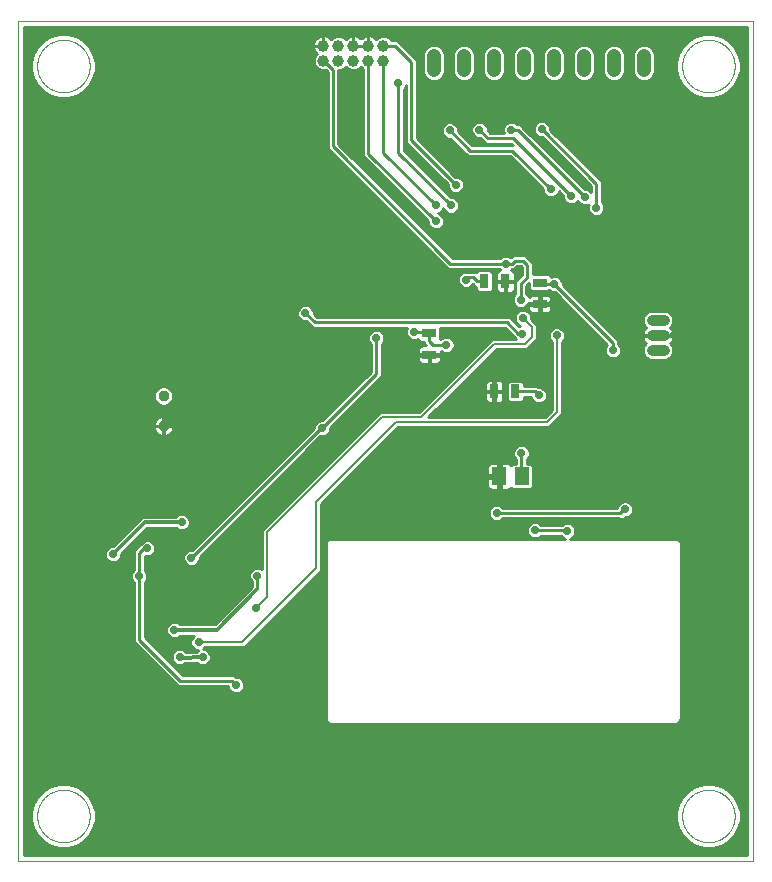
<source format=gbl>
G75*
%MOIN*%
%OFA0B0*%
%FSLAX25Y25*%
%IPPOS*%
%LPD*%
%AMOC8*
5,1,8,0,0,1.08239X$1,22.5*
%
%ADD10C,0.00000*%
%ADD11C,0.04800*%
%ADD12C,0.03762*%
%ADD13R,0.03150X0.04724*%
%ADD14R,0.04724X0.03150*%
%ADD15C,0.03937*%
%ADD16C,0.03762*%
%ADD17R,0.05118X0.05906*%
%ADD18C,0.02778*%
%ADD19C,0.01000*%
%ADD20C,0.01200*%
%ADD21C,0.03200*%
%ADD22C,0.01600*%
%ADD23C,0.00800*%
D10*
X0007100Y0011300D02*
X0007100Y0291300D01*
X0252100Y0291300D01*
X0252100Y0011300D01*
X0007100Y0011300D01*
X0013350Y0026300D02*
X0013353Y0026515D01*
X0013361Y0026729D01*
X0013374Y0026944D01*
X0013392Y0027158D01*
X0013416Y0027371D01*
X0013445Y0027584D01*
X0013479Y0027796D01*
X0013518Y0028007D01*
X0013563Y0028217D01*
X0013612Y0028426D01*
X0013667Y0028634D01*
X0013727Y0028840D01*
X0013792Y0029045D01*
X0013861Y0029248D01*
X0013936Y0029449D01*
X0014016Y0029648D01*
X0014101Y0029846D01*
X0014190Y0030041D01*
X0014284Y0030234D01*
X0014383Y0030425D01*
X0014487Y0030613D01*
X0014595Y0030798D01*
X0014708Y0030981D01*
X0014825Y0031161D01*
X0014946Y0031338D01*
X0015072Y0031512D01*
X0015202Y0031683D01*
X0015336Y0031851D01*
X0015474Y0032015D01*
X0015617Y0032176D01*
X0015763Y0032333D01*
X0015913Y0032487D01*
X0016067Y0032637D01*
X0016224Y0032783D01*
X0016385Y0032926D01*
X0016549Y0033064D01*
X0016717Y0033198D01*
X0016888Y0033328D01*
X0017062Y0033454D01*
X0017239Y0033575D01*
X0017419Y0033692D01*
X0017602Y0033805D01*
X0017787Y0033913D01*
X0017975Y0034017D01*
X0018166Y0034116D01*
X0018359Y0034210D01*
X0018554Y0034299D01*
X0018752Y0034384D01*
X0018951Y0034464D01*
X0019152Y0034539D01*
X0019355Y0034608D01*
X0019560Y0034673D01*
X0019766Y0034733D01*
X0019974Y0034788D01*
X0020183Y0034837D01*
X0020393Y0034882D01*
X0020604Y0034921D01*
X0020816Y0034955D01*
X0021029Y0034984D01*
X0021242Y0035008D01*
X0021456Y0035026D01*
X0021671Y0035039D01*
X0021885Y0035047D01*
X0022100Y0035050D01*
X0022315Y0035047D01*
X0022529Y0035039D01*
X0022744Y0035026D01*
X0022958Y0035008D01*
X0023171Y0034984D01*
X0023384Y0034955D01*
X0023596Y0034921D01*
X0023807Y0034882D01*
X0024017Y0034837D01*
X0024226Y0034788D01*
X0024434Y0034733D01*
X0024640Y0034673D01*
X0024845Y0034608D01*
X0025048Y0034539D01*
X0025249Y0034464D01*
X0025448Y0034384D01*
X0025646Y0034299D01*
X0025841Y0034210D01*
X0026034Y0034116D01*
X0026225Y0034017D01*
X0026413Y0033913D01*
X0026598Y0033805D01*
X0026781Y0033692D01*
X0026961Y0033575D01*
X0027138Y0033454D01*
X0027312Y0033328D01*
X0027483Y0033198D01*
X0027651Y0033064D01*
X0027815Y0032926D01*
X0027976Y0032783D01*
X0028133Y0032637D01*
X0028287Y0032487D01*
X0028437Y0032333D01*
X0028583Y0032176D01*
X0028726Y0032015D01*
X0028864Y0031851D01*
X0028998Y0031683D01*
X0029128Y0031512D01*
X0029254Y0031338D01*
X0029375Y0031161D01*
X0029492Y0030981D01*
X0029605Y0030798D01*
X0029713Y0030613D01*
X0029817Y0030425D01*
X0029916Y0030234D01*
X0030010Y0030041D01*
X0030099Y0029846D01*
X0030184Y0029648D01*
X0030264Y0029449D01*
X0030339Y0029248D01*
X0030408Y0029045D01*
X0030473Y0028840D01*
X0030533Y0028634D01*
X0030588Y0028426D01*
X0030637Y0028217D01*
X0030682Y0028007D01*
X0030721Y0027796D01*
X0030755Y0027584D01*
X0030784Y0027371D01*
X0030808Y0027158D01*
X0030826Y0026944D01*
X0030839Y0026729D01*
X0030847Y0026515D01*
X0030850Y0026300D01*
X0030847Y0026085D01*
X0030839Y0025871D01*
X0030826Y0025656D01*
X0030808Y0025442D01*
X0030784Y0025229D01*
X0030755Y0025016D01*
X0030721Y0024804D01*
X0030682Y0024593D01*
X0030637Y0024383D01*
X0030588Y0024174D01*
X0030533Y0023966D01*
X0030473Y0023760D01*
X0030408Y0023555D01*
X0030339Y0023352D01*
X0030264Y0023151D01*
X0030184Y0022952D01*
X0030099Y0022754D01*
X0030010Y0022559D01*
X0029916Y0022366D01*
X0029817Y0022175D01*
X0029713Y0021987D01*
X0029605Y0021802D01*
X0029492Y0021619D01*
X0029375Y0021439D01*
X0029254Y0021262D01*
X0029128Y0021088D01*
X0028998Y0020917D01*
X0028864Y0020749D01*
X0028726Y0020585D01*
X0028583Y0020424D01*
X0028437Y0020267D01*
X0028287Y0020113D01*
X0028133Y0019963D01*
X0027976Y0019817D01*
X0027815Y0019674D01*
X0027651Y0019536D01*
X0027483Y0019402D01*
X0027312Y0019272D01*
X0027138Y0019146D01*
X0026961Y0019025D01*
X0026781Y0018908D01*
X0026598Y0018795D01*
X0026413Y0018687D01*
X0026225Y0018583D01*
X0026034Y0018484D01*
X0025841Y0018390D01*
X0025646Y0018301D01*
X0025448Y0018216D01*
X0025249Y0018136D01*
X0025048Y0018061D01*
X0024845Y0017992D01*
X0024640Y0017927D01*
X0024434Y0017867D01*
X0024226Y0017812D01*
X0024017Y0017763D01*
X0023807Y0017718D01*
X0023596Y0017679D01*
X0023384Y0017645D01*
X0023171Y0017616D01*
X0022958Y0017592D01*
X0022744Y0017574D01*
X0022529Y0017561D01*
X0022315Y0017553D01*
X0022100Y0017550D01*
X0021885Y0017553D01*
X0021671Y0017561D01*
X0021456Y0017574D01*
X0021242Y0017592D01*
X0021029Y0017616D01*
X0020816Y0017645D01*
X0020604Y0017679D01*
X0020393Y0017718D01*
X0020183Y0017763D01*
X0019974Y0017812D01*
X0019766Y0017867D01*
X0019560Y0017927D01*
X0019355Y0017992D01*
X0019152Y0018061D01*
X0018951Y0018136D01*
X0018752Y0018216D01*
X0018554Y0018301D01*
X0018359Y0018390D01*
X0018166Y0018484D01*
X0017975Y0018583D01*
X0017787Y0018687D01*
X0017602Y0018795D01*
X0017419Y0018908D01*
X0017239Y0019025D01*
X0017062Y0019146D01*
X0016888Y0019272D01*
X0016717Y0019402D01*
X0016549Y0019536D01*
X0016385Y0019674D01*
X0016224Y0019817D01*
X0016067Y0019963D01*
X0015913Y0020113D01*
X0015763Y0020267D01*
X0015617Y0020424D01*
X0015474Y0020585D01*
X0015336Y0020749D01*
X0015202Y0020917D01*
X0015072Y0021088D01*
X0014946Y0021262D01*
X0014825Y0021439D01*
X0014708Y0021619D01*
X0014595Y0021802D01*
X0014487Y0021987D01*
X0014383Y0022175D01*
X0014284Y0022366D01*
X0014190Y0022559D01*
X0014101Y0022754D01*
X0014016Y0022952D01*
X0013936Y0023151D01*
X0013861Y0023352D01*
X0013792Y0023555D01*
X0013727Y0023760D01*
X0013667Y0023966D01*
X0013612Y0024174D01*
X0013563Y0024383D01*
X0013518Y0024593D01*
X0013479Y0024804D01*
X0013445Y0025016D01*
X0013416Y0025229D01*
X0013392Y0025442D01*
X0013374Y0025656D01*
X0013361Y0025871D01*
X0013353Y0026085D01*
X0013350Y0026300D01*
X0013350Y0276300D02*
X0013353Y0276515D01*
X0013361Y0276729D01*
X0013374Y0276944D01*
X0013392Y0277158D01*
X0013416Y0277371D01*
X0013445Y0277584D01*
X0013479Y0277796D01*
X0013518Y0278007D01*
X0013563Y0278217D01*
X0013612Y0278426D01*
X0013667Y0278634D01*
X0013727Y0278840D01*
X0013792Y0279045D01*
X0013861Y0279248D01*
X0013936Y0279449D01*
X0014016Y0279648D01*
X0014101Y0279846D01*
X0014190Y0280041D01*
X0014284Y0280234D01*
X0014383Y0280425D01*
X0014487Y0280613D01*
X0014595Y0280798D01*
X0014708Y0280981D01*
X0014825Y0281161D01*
X0014946Y0281338D01*
X0015072Y0281512D01*
X0015202Y0281683D01*
X0015336Y0281851D01*
X0015474Y0282015D01*
X0015617Y0282176D01*
X0015763Y0282333D01*
X0015913Y0282487D01*
X0016067Y0282637D01*
X0016224Y0282783D01*
X0016385Y0282926D01*
X0016549Y0283064D01*
X0016717Y0283198D01*
X0016888Y0283328D01*
X0017062Y0283454D01*
X0017239Y0283575D01*
X0017419Y0283692D01*
X0017602Y0283805D01*
X0017787Y0283913D01*
X0017975Y0284017D01*
X0018166Y0284116D01*
X0018359Y0284210D01*
X0018554Y0284299D01*
X0018752Y0284384D01*
X0018951Y0284464D01*
X0019152Y0284539D01*
X0019355Y0284608D01*
X0019560Y0284673D01*
X0019766Y0284733D01*
X0019974Y0284788D01*
X0020183Y0284837D01*
X0020393Y0284882D01*
X0020604Y0284921D01*
X0020816Y0284955D01*
X0021029Y0284984D01*
X0021242Y0285008D01*
X0021456Y0285026D01*
X0021671Y0285039D01*
X0021885Y0285047D01*
X0022100Y0285050D01*
X0022315Y0285047D01*
X0022529Y0285039D01*
X0022744Y0285026D01*
X0022958Y0285008D01*
X0023171Y0284984D01*
X0023384Y0284955D01*
X0023596Y0284921D01*
X0023807Y0284882D01*
X0024017Y0284837D01*
X0024226Y0284788D01*
X0024434Y0284733D01*
X0024640Y0284673D01*
X0024845Y0284608D01*
X0025048Y0284539D01*
X0025249Y0284464D01*
X0025448Y0284384D01*
X0025646Y0284299D01*
X0025841Y0284210D01*
X0026034Y0284116D01*
X0026225Y0284017D01*
X0026413Y0283913D01*
X0026598Y0283805D01*
X0026781Y0283692D01*
X0026961Y0283575D01*
X0027138Y0283454D01*
X0027312Y0283328D01*
X0027483Y0283198D01*
X0027651Y0283064D01*
X0027815Y0282926D01*
X0027976Y0282783D01*
X0028133Y0282637D01*
X0028287Y0282487D01*
X0028437Y0282333D01*
X0028583Y0282176D01*
X0028726Y0282015D01*
X0028864Y0281851D01*
X0028998Y0281683D01*
X0029128Y0281512D01*
X0029254Y0281338D01*
X0029375Y0281161D01*
X0029492Y0280981D01*
X0029605Y0280798D01*
X0029713Y0280613D01*
X0029817Y0280425D01*
X0029916Y0280234D01*
X0030010Y0280041D01*
X0030099Y0279846D01*
X0030184Y0279648D01*
X0030264Y0279449D01*
X0030339Y0279248D01*
X0030408Y0279045D01*
X0030473Y0278840D01*
X0030533Y0278634D01*
X0030588Y0278426D01*
X0030637Y0278217D01*
X0030682Y0278007D01*
X0030721Y0277796D01*
X0030755Y0277584D01*
X0030784Y0277371D01*
X0030808Y0277158D01*
X0030826Y0276944D01*
X0030839Y0276729D01*
X0030847Y0276515D01*
X0030850Y0276300D01*
X0030847Y0276085D01*
X0030839Y0275871D01*
X0030826Y0275656D01*
X0030808Y0275442D01*
X0030784Y0275229D01*
X0030755Y0275016D01*
X0030721Y0274804D01*
X0030682Y0274593D01*
X0030637Y0274383D01*
X0030588Y0274174D01*
X0030533Y0273966D01*
X0030473Y0273760D01*
X0030408Y0273555D01*
X0030339Y0273352D01*
X0030264Y0273151D01*
X0030184Y0272952D01*
X0030099Y0272754D01*
X0030010Y0272559D01*
X0029916Y0272366D01*
X0029817Y0272175D01*
X0029713Y0271987D01*
X0029605Y0271802D01*
X0029492Y0271619D01*
X0029375Y0271439D01*
X0029254Y0271262D01*
X0029128Y0271088D01*
X0028998Y0270917D01*
X0028864Y0270749D01*
X0028726Y0270585D01*
X0028583Y0270424D01*
X0028437Y0270267D01*
X0028287Y0270113D01*
X0028133Y0269963D01*
X0027976Y0269817D01*
X0027815Y0269674D01*
X0027651Y0269536D01*
X0027483Y0269402D01*
X0027312Y0269272D01*
X0027138Y0269146D01*
X0026961Y0269025D01*
X0026781Y0268908D01*
X0026598Y0268795D01*
X0026413Y0268687D01*
X0026225Y0268583D01*
X0026034Y0268484D01*
X0025841Y0268390D01*
X0025646Y0268301D01*
X0025448Y0268216D01*
X0025249Y0268136D01*
X0025048Y0268061D01*
X0024845Y0267992D01*
X0024640Y0267927D01*
X0024434Y0267867D01*
X0024226Y0267812D01*
X0024017Y0267763D01*
X0023807Y0267718D01*
X0023596Y0267679D01*
X0023384Y0267645D01*
X0023171Y0267616D01*
X0022958Y0267592D01*
X0022744Y0267574D01*
X0022529Y0267561D01*
X0022315Y0267553D01*
X0022100Y0267550D01*
X0021885Y0267553D01*
X0021671Y0267561D01*
X0021456Y0267574D01*
X0021242Y0267592D01*
X0021029Y0267616D01*
X0020816Y0267645D01*
X0020604Y0267679D01*
X0020393Y0267718D01*
X0020183Y0267763D01*
X0019974Y0267812D01*
X0019766Y0267867D01*
X0019560Y0267927D01*
X0019355Y0267992D01*
X0019152Y0268061D01*
X0018951Y0268136D01*
X0018752Y0268216D01*
X0018554Y0268301D01*
X0018359Y0268390D01*
X0018166Y0268484D01*
X0017975Y0268583D01*
X0017787Y0268687D01*
X0017602Y0268795D01*
X0017419Y0268908D01*
X0017239Y0269025D01*
X0017062Y0269146D01*
X0016888Y0269272D01*
X0016717Y0269402D01*
X0016549Y0269536D01*
X0016385Y0269674D01*
X0016224Y0269817D01*
X0016067Y0269963D01*
X0015913Y0270113D01*
X0015763Y0270267D01*
X0015617Y0270424D01*
X0015474Y0270585D01*
X0015336Y0270749D01*
X0015202Y0270917D01*
X0015072Y0271088D01*
X0014946Y0271262D01*
X0014825Y0271439D01*
X0014708Y0271619D01*
X0014595Y0271802D01*
X0014487Y0271987D01*
X0014383Y0272175D01*
X0014284Y0272366D01*
X0014190Y0272559D01*
X0014101Y0272754D01*
X0014016Y0272952D01*
X0013936Y0273151D01*
X0013861Y0273352D01*
X0013792Y0273555D01*
X0013727Y0273760D01*
X0013667Y0273966D01*
X0013612Y0274174D01*
X0013563Y0274383D01*
X0013518Y0274593D01*
X0013479Y0274804D01*
X0013445Y0275016D01*
X0013416Y0275229D01*
X0013392Y0275442D01*
X0013374Y0275656D01*
X0013361Y0275871D01*
X0013353Y0276085D01*
X0013350Y0276300D01*
X0228350Y0276300D02*
X0228353Y0276515D01*
X0228361Y0276729D01*
X0228374Y0276944D01*
X0228392Y0277158D01*
X0228416Y0277371D01*
X0228445Y0277584D01*
X0228479Y0277796D01*
X0228518Y0278007D01*
X0228563Y0278217D01*
X0228612Y0278426D01*
X0228667Y0278634D01*
X0228727Y0278840D01*
X0228792Y0279045D01*
X0228861Y0279248D01*
X0228936Y0279449D01*
X0229016Y0279648D01*
X0229101Y0279846D01*
X0229190Y0280041D01*
X0229284Y0280234D01*
X0229383Y0280425D01*
X0229487Y0280613D01*
X0229595Y0280798D01*
X0229708Y0280981D01*
X0229825Y0281161D01*
X0229946Y0281338D01*
X0230072Y0281512D01*
X0230202Y0281683D01*
X0230336Y0281851D01*
X0230474Y0282015D01*
X0230617Y0282176D01*
X0230763Y0282333D01*
X0230913Y0282487D01*
X0231067Y0282637D01*
X0231224Y0282783D01*
X0231385Y0282926D01*
X0231549Y0283064D01*
X0231717Y0283198D01*
X0231888Y0283328D01*
X0232062Y0283454D01*
X0232239Y0283575D01*
X0232419Y0283692D01*
X0232602Y0283805D01*
X0232787Y0283913D01*
X0232975Y0284017D01*
X0233166Y0284116D01*
X0233359Y0284210D01*
X0233554Y0284299D01*
X0233752Y0284384D01*
X0233951Y0284464D01*
X0234152Y0284539D01*
X0234355Y0284608D01*
X0234560Y0284673D01*
X0234766Y0284733D01*
X0234974Y0284788D01*
X0235183Y0284837D01*
X0235393Y0284882D01*
X0235604Y0284921D01*
X0235816Y0284955D01*
X0236029Y0284984D01*
X0236242Y0285008D01*
X0236456Y0285026D01*
X0236671Y0285039D01*
X0236885Y0285047D01*
X0237100Y0285050D01*
X0237315Y0285047D01*
X0237529Y0285039D01*
X0237744Y0285026D01*
X0237958Y0285008D01*
X0238171Y0284984D01*
X0238384Y0284955D01*
X0238596Y0284921D01*
X0238807Y0284882D01*
X0239017Y0284837D01*
X0239226Y0284788D01*
X0239434Y0284733D01*
X0239640Y0284673D01*
X0239845Y0284608D01*
X0240048Y0284539D01*
X0240249Y0284464D01*
X0240448Y0284384D01*
X0240646Y0284299D01*
X0240841Y0284210D01*
X0241034Y0284116D01*
X0241225Y0284017D01*
X0241413Y0283913D01*
X0241598Y0283805D01*
X0241781Y0283692D01*
X0241961Y0283575D01*
X0242138Y0283454D01*
X0242312Y0283328D01*
X0242483Y0283198D01*
X0242651Y0283064D01*
X0242815Y0282926D01*
X0242976Y0282783D01*
X0243133Y0282637D01*
X0243287Y0282487D01*
X0243437Y0282333D01*
X0243583Y0282176D01*
X0243726Y0282015D01*
X0243864Y0281851D01*
X0243998Y0281683D01*
X0244128Y0281512D01*
X0244254Y0281338D01*
X0244375Y0281161D01*
X0244492Y0280981D01*
X0244605Y0280798D01*
X0244713Y0280613D01*
X0244817Y0280425D01*
X0244916Y0280234D01*
X0245010Y0280041D01*
X0245099Y0279846D01*
X0245184Y0279648D01*
X0245264Y0279449D01*
X0245339Y0279248D01*
X0245408Y0279045D01*
X0245473Y0278840D01*
X0245533Y0278634D01*
X0245588Y0278426D01*
X0245637Y0278217D01*
X0245682Y0278007D01*
X0245721Y0277796D01*
X0245755Y0277584D01*
X0245784Y0277371D01*
X0245808Y0277158D01*
X0245826Y0276944D01*
X0245839Y0276729D01*
X0245847Y0276515D01*
X0245850Y0276300D01*
X0245847Y0276085D01*
X0245839Y0275871D01*
X0245826Y0275656D01*
X0245808Y0275442D01*
X0245784Y0275229D01*
X0245755Y0275016D01*
X0245721Y0274804D01*
X0245682Y0274593D01*
X0245637Y0274383D01*
X0245588Y0274174D01*
X0245533Y0273966D01*
X0245473Y0273760D01*
X0245408Y0273555D01*
X0245339Y0273352D01*
X0245264Y0273151D01*
X0245184Y0272952D01*
X0245099Y0272754D01*
X0245010Y0272559D01*
X0244916Y0272366D01*
X0244817Y0272175D01*
X0244713Y0271987D01*
X0244605Y0271802D01*
X0244492Y0271619D01*
X0244375Y0271439D01*
X0244254Y0271262D01*
X0244128Y0271088D01*
X0243998Y0270917D01*
X0243864Y0270749D01*
X0243726Y0270585D01*
X0243583Y0270424D01*
X0243437Y0270267D01*
X0243287Y0270113D01*
X0243133Y0269963D01*
X0242976Y0269817D01*
X0242815Y0269674D01*
X0242651Y0269536D01*
X0242483Y0269402D01*
X0242312Y0269272D01*
X0242138Y0269146D01*
X0241961Y0269025D01*
X0241781Y0268908D01*
X0241598Y0268795D01*
X0241413Y0268687D01*
X0241225Y0268583D01*
X0241034Y0268484D01*
X0240841Y0268390D01*
X0240646Y0268301D01*
X0240448Y0268216D01*
X0240249Y0268136D01*
X0240048Y0268061D01*
X0239845Y0267992D01*
X0239640Y0267927D01*
X0239434Y0267867D01*
X0239226Y0267812D01*
X0239017Y0267763D01*
X0238807Y0267718D01*
X0238596Y0267679D01*
X0238384Y0267645D01*
X0238171Y0267616D01*
X0237958Y0267592D01*
X0237744Y0267574D01*
X0237529Y0267561D01*
X0237315Y0267553D01*
X0237100Y0267550D01*
X0236885Y0267553D01*
X0236671Y0267561D01*
X0236456Y0267574D01*
X0236242Y0267592D01*
X0236029Y0267616D01*
X0235816Y0267645D01*
X0235604Y0267679D01*
X0235393Y0267718D01*
X0235183Y0267763D01*
X0234974Y0267812D01*
X0234766Y0267867D01*
X0234560Y0267927D01*
X0234355Y0267992D01*
X0234152Y0268061D01*
X0233951Y0268136D01*
X0233752Y0268216D01*
X0233554Y0268301D01*
X0233359Y0268390D01*
X0233166Y0268484D01*
X0232975Y0268583D01*
X0232787Y0268687D01*
X0232602Y0268795D01*
X0232419Y0268908D01*
X0232239Y0269025D01*
X0232062Y0269146D01*
X0231888Y0269272D01*
X0231717Y0269402D01*
X0231549Y0269536D01*
X0231385Y0269674D01*
X0231224Y0269817D01*
X0231067Y0269963D01*
X0230913Y0270113D01*
X0230763Y0270267D01*
X0230617Y0270424D01*
X0230474Y0270585D01*
X0230336Y0270749D01*
X0230202Y0270917D01*
X0230072Y0271088D01*
X0229946Y0271262D01*
X0229825Y0271439D01*
X0229708Y0271619D01*
X0229595Y0271802D01*
X0229487Y0271987D01*
X0229383Y0272175D01*
X0229284Y0272366D01*
X0229190Y0272559D01*
X0229101Y0272754D01*
X0229016Y0272952D01*
X0228936Y0273151D01*
X0228861Y0273352D01*
X0228792Y0273555D01*
X0228727Y0273760D01*
X0228667Y0273966D01*
X0228612Y0274174D01*
X0228563Y0274383D01*
X0228518Y0274593D01*
X0228479Y0274804D01*
X0228445Y0275016D01*
X0228416Y0275229D01*
X0228392Y0275442D01*
X0228374Y0275656D01*
X0228361Y0275871D01*
X0228353Y0276085D01*
X0228350Y0276300D01*
X0228350Y0026300D02*
X0228353Y0026515D01*
X0228361Y0026729D01*
X0228374Y0026944D01*
X0228392Y0027158D01*
X0228416Y0027371D01*
X0228445Y0027584D01*
X0228479Y0027796D01*
X0228518Y0028007D01*
X0228563Y0028217D01*
X0228612Y0028426D01*
X0228667Y0028634D01*
X0228727Y0028840D01*
X0228792Y0029045D01*
X0228861Y0029248D01*
X0228936Y0029449D01*
X0229016Y0029648D01*
X0229101Y0029846D01*
X0229190Y0030041D01*
X0229284Y0030234D01*
X0229383Y0030425D01*
X0229487Y0030613D01*
X0229595Y0030798D01*
X0229708Y0030981D01*
X0229825Y0031161D01*
X0229946Y0031338D01*
X0230072Y0031512D01*
X0230202Y0031683D01*
X0230336Y0031851D01*
X0230474Y0032015D01*
X0230617Y0032176D01*
X0230763Y0032333D01*
X0230913Y0032487D01*
X0231067Y0032637D01*
X0231224Y0032783D01*
X0231385Y0032926D01*
X0231549Y0033064D01*
X0231717Y0033198D01*
X0231888Y0033328D01*
X0232062Y0033454D01*
X0232239Y0033575D01*
X0232419Y0033692D01*
X0232602Y0033805D01*
X0232787Y0033913D01*
X0232975Y0034017D01*
X0233166Y0034116D01*
X0233359Y0034210D01*
X0233554Y0034299D01*
X0233752Y0034384D01*
X0233951Y0034464D01*
X0234152Y0034539D01*
X0234355Y0034608D01*
X0234560Y0034673D01*
X0234766Y0034733D01*
X0234974Y0034788D01*
X0235183Y0034837D01*
X0235393Y0034882D01*
X0235604Y0034921D01*
X0235816Y0034955D01*
X0236029Y0034984D01*
X0236242Y0035008D01*
X0236456Y0035026D01*
X0236671Y0035039D01*
X0236885Y0035047D01*
X0237100Y0035050D01*
X0237315Y0035047D01*
X0237529Y0035039D01*
X0237744Y0035026D01*
X0237958Y0035008D01*
X0238171Y0034984D01*
X0238384Y0034955D01*
X0238596Y0034921D01*
X0238807Y0034882D01*
X0239017Y0034837D01*
X0239226Y0034788D01*
X0239434Y0034733D01*
X0239640Y0034673D01*
X0239845Y0034608D01*
X0240048Y0034539D01*
X0240249Y0034464D01*
X0240448Y0034384D01*
X0240646Y0034299D01*
X0240841Y0034210D01*
X0241034Y0034116D01*
X0241225Y0034017D01*
X0241413Y0033913D01*
X0241598Y0033805D01*
X0241781Y0033692D01*
X0241961Y0033575D01*
X0242138Y0033454D01*
X0242312Y0033328D01*
X0242483Y0033198D01*
X0242651Y0033064D01*
X0242815Y0032926D01*
X0242976Y0032783D01*
X0243133Y0032637D01*
X0243287Y0032487D01*
X0243437Y0032333D01*
X0243583Y0032176D01*
X0243726Y0032015D01*
X0243864Y0031851D01*
X0243998Y0031683D01*
X0244128Y0031512D01*
X0244254Y0031338D01*
X0244375Y0031161D01*
X0244492Y0030981D01*
X0244605Y0030798D01*
X0244713Y0030613D01*
X0244817Y0030425D01*
X0244916Y0030234D01*
X0245010Y0030041D01*
X0245099Y0029846D01*
X0245184Y0029648D01*
X0245264Y0029449D01*
X0245339Y0029248D01*
X0245408Y0029045D01*
X0245473Y0028840D01*
X0245533Y0028634D01*
X0245588Y0028426D01*
X0245637Y0028217D01*
X0245682Y0028007D01*
X0245721Y0027796D01*
X0245755Y0027584D01*
X0245784Y0027371D01*
X0245808Y0027158D01*
X0245826Y0026944D01*
X0245839Y0026729D01*
X0245847Y0026515D01*
X0245850Y0026300D01*
X0245847Y0026085D01*
X0245839Y0025871D01*
X0245826Y0025656D01*
X0245808Y0025442D01*
X0245784Y0025229D01*
X0245755Y0025016D01*
X0245721Y0024804D01*
X0245682Y0024593D01*
X0245637Y0024383D01*
X0245588Y0024174D01*
X0245533Y0023966D01*
X0245473Y0023760D01*
X0245408Y0023555D01*
X0245339Y0023352D01*
X0245264Y0023151D01*
X0245184Y0022952D01*
X0245099Y0022754D01*
X0245010Y0022559D01*
X0244916Y0022366D01*
X0244817Y0022175D01*
X0244713Y0021987D01*
X0244605Y0021802D01*
X0244492Y0021619D01*
X0244375Y0021439D01*
X0244254Y0021262D01*
X0244128Y0021088D01*
X0243998Y0020917D01*
X0243864Y0020749D01*
X0243726Y0020585D01*
X0243583Y0020424D01*
X0243437Y0020267D01*
X0243287Y0020113D01*
X0243133Y0019963D01*
X0242976Y0019817D01*
X0242815Y0019674D01*
X0242651Y0019536D01*
X0242483Y0019402D01*
X0242312Y0019272D01*
X0242138Y0019146D01*
X0241961Y0019025D01*
X0241781Y0018908D01*
X0241598Y0018795D01*
X0241413Y0018687D01*
X0241225Y0018583D01*
X0241034Y0018484D01*
X0240841Y0018390D01*
X0240646Y0018301D01*
X0240448Y0018216D01*
X0240249Y0018136D01*
X0240048Y0018061D01*
X0239845Y0017992D01*
X0239640Y0017927D01*
X0239434Y0017867D01*
X0239226Y0017812D01*
X0239017Y0017763D01*
X0238807Y0017718D01*
X0238596Y0017679D01*
X0238384Y0017645D01*
X0238171Y0017616D01*
X0237958Y0017592D01*
X0237744Y0017574D01*
X0237529Y0017561D01*
X0237315Y0017553D01*
X0237100Y0017550D01*
X0236885Y0017553D01*
X0236671Y0017561D01*
X0236456Y0017574D01*
X0236242Y0017592D01*
X0236029Y0017616D01*
X0235816Y0017645D01*
X0235604Y0017679D01*
X0235393Y0017718D01*
X0235183Y0017763D01*
X0234974Y0017812D01*
X0234766Y0017867D01*
X0234560Y0017927D01*
X0234355Y0017992D01*
X0234152Y0018061D01*
X0233951Y0018136D01*
X0233752Y0018216D01*
X0233554Y0018301D01*
X0233359Y0018390D01*
X0233166Y0018484D01*
X0232975Y0018583D01*
X0232787Y0018687D01*
X0232602Y0018795D01*
X0232419Y0018908D01*
X0232239Y0019025D01*
X0232062Y0019146D01*
X0231888Y0019272D01*
X0231717Y0019402D01*
X0231549Y0019536D01*
X0231385Y0019674D01*
X0231224Y0019817D01*
X0231067Y0019963D01*
X0230913Y0020113D01*
X0230763Y0020267D01*
X0230617Y0020424D01*
X0230474Y0020585D01*
X0230336Y0020749D01*
X0230202Y0020917D01*
X0230072Y0021088D01*
X0229946Y0021262D01*
X0229825Y0021439D01*
X0229708Y0021619D01*
X0229595Y0021802D01*
X0229487Y0021987D01*
X0229383Y0022175D01*
X0229284Y0022366D01*
X0229190Y0022559D01*
X0229101Y0022754D01*
X0229016Y0022952D01*
X0228936Y0023151D01*
X0228861Y0023352D01*
X0228792Y0023555D01*
X0228727Y0023760D01*
X0228667Y0023966D01*
X0228612Y0024174D01*
X0228563Y0024383D01*
X0228518Y0024593D01*
X0228479Y0024804D01*
X0228445Y0025016D01*
X0228416Y0025229D01*
X0228392Y0025442D01*
X0228374Y0025656D01*
X0228361Y0025871D01*
X0228353Y0026085D01*
X0228350Y0026300D01*
D11*
X0215600Y0274900D02*
X0215600Y0279700D01*
X0205600Y0279700D02*
X0205600Y0274900D01*
X0195600Y0274900D02*
X0195600Y0279700D01*
X0185600Y0279700D02*
X0185600Y0274900D01*
X0175600Y0274900D02*
X0175600Y0279700D01*
X0165600Y0279700D02*
X0165600Y0274900D01*
X0155600Y0274900D02*
X0155600Y0279700D01*
X0145600Y0279700D02*
X0145600Y0274900D01*
D12*
X0078500Y0193800D03*
X0055500Y0166300D03*
X0055500Y0156300D03*
D13*
X0162357Y0204500D03*
X0169443Y0204500D03*
X0172743Y0167800D03*
X0165657Y0167800D03*
D14*
X0144100Y0180057D03*
X0144100Y0187143D03*
X0180900Y0196957D03*
X0180900Y0204043D03*
D15*
X0128800Y0278100D03*
X0128800Y0283100D03*
X0123800Y0283100D03*
X0123800Y0278100D03*
X0118800Y0278100D03*
X0118800Y0283100D03*
X0113800Y0283100D03*
X0113800Y0278100D03*
X0108800Y0278100D03*
X0108800Y0283100D03*
D16*
X0218419Y0191500D02*
X0222181Y0191500D01*
X0222181Y0186500D02*
X0218419Y0186500D01*
X0218419Y0181500D02*
X0222181Y0181500D01*
D17*
X0174840Y0139500D03*
X0167360Y0139500D03*
D18*
X0167000Y0147700D03*
X0174800Y0147300D03*
X0180600Y0166500D03*
X0186600Y0186500D03*
X0185900Y0199300D03*
X0185800Y0203600D03*
X0174600Y0198400D03*
X0175249Y0192289D03*
X0175000Y0187100D03*
X0157000Y0167800D03*
X0149800Y0183400D03*
X0138500Y0181400D03*
X0139100Y0187600D03*
X0126431Y0185631D03*
X0102800Y0193900D03*
X0108300Y0155500D03*
X0132700Y0148700D03*
X0166600Y0127300D03*
X0179300Y0121500D03*
X0190100Y0121300D03*
X0209300Y0128500D03*
X0205300Y0181500D03*
X0234400Y0196500D03*
X0199700Y0229000D03*
X0196000Y0232500D03*
X0191400Y0232900D03*
X0184600Y0235300D03*
X0181600Y0255200D03*
X0171400Y0255000D03*
X0160800Y0255000D03*
X0150900Y0254800D03*
X0152900Y0236700D03*
X0151300Y0229800D03*
X0146300Y0229800D03*
X0146400Y0224500D03*
X0156300Y0205100D03*
X0169500Y0210400D03*
X0174100Y0208300D03*
X0133700Y0270600D03*
X0061600Y0124200D03*
X0064800Y0112400D03*
X0050100Y0115500D03*
X0047400Y0106200D03*
X0038700Y0113600D03*
X0059100Y0088300D03*
X0067149Y0084200D03*
X0068500Y0079200D03*
X0060900Y0079300D03*
X0079700Y0069900D03*
X0086164Y0095600D03*
X0086800Y0106400D03*
D19*
X0086800Y0101800D01*
X0085000Y0102687D02*
X0072513Y0090200D01*
X0061003Y0090200D01*
X0060623Y0090580D01*
X0059635Y0090989D01*
X0058565Y0090989D01*
X0057577Y0090580D01*
X0056820Y0089823D01*
X0056411Y0088835D01*
X0056411Y0087765D01*
X0056820Y0086777D01*
X0057577Y0086020D01*
X0058565Y0085611D01*
X0059635Y0085611D01*
X0060623Y0086020D01*
X0061003Y0086400D01*
X0065546Y0086400D01*
X0064869Y0085723D01*
X0064460Y0084735D01*
X0064460Y0083665D01*
X0064869Y0082677D01*
X0065626Y0081920D01*
X0066614Y0081511D01*
X0067053Y0081511D01*
X0066977Y0081480D01*
X0066579Y0081081D01*
X0062956Y0081046D01*
X0062423Y0081580D01*
X0061435Y0081989D01*
X0060365Y0081989D01*
X0059377Y0081580D01*
X0058620Y0080823D01*
X0058211Y0079835D01*
X0058211Y0078765D01*
X0058620Y0077777D01*
X0059377Y0077020D01*
X0060365Y0076611D01*
X0061435Y0076611D01*
X0062423Y0077020D01*
X0062646Y0077243D01*
X0066616Y0077282D01*
X0066977Y0076920D01*
X0067965Y0076511D01*
X0069035Y0076511D01*
X0070023Y0076920D01*
X0070780Y0077677D01*
X0071189Y0078665D01*
X0071189Y0079735D01*
X0070780Y0080723D01*
X0070023Y0081480D01*
X0069035Y0081889D01*
X0068596Y0081889D01*
X0068672Y0081920D01*
X0069252Y0082500D01*
X0082504Y0082500D01*
X0108100Y0108096D01*
X0108100Y0109504D01*
X0108100Y0130196D01*
X0133804Y0155900D01*
X0184004Y0155900D01*
X0187304Y0159200D01*
X0187304Y0159200D01*
X0188300Y0160196D01*
X0188300Y0184397D01*
X0188880Y0184977D01*
X0189289Y0185965D01*
X0189289Y0187035D01*
X0188880Y0188023D01*
X0188123Y0188780D01*
X0187135Y0189189D01*
X0186065Y0189189D01*
X0185077Y0188780D01*
X0184320Y0188023D01*
X0183911Y0187035D01*
X0183911Y0185965D01*
X0184320Y0184977D01*
X0184900Y0184397D01*
X0184900Y0161604D01*
X0182596Y0159300D01*
X0143804Y0159300D01*
X0166504Y0182000D01*
X0176604Y0182000D01*
X0177600Y0182996D01*
X0180000Y0185396D01*
X0180000Y0189942D01*
X0179004Y0190938D01*
X0177938Y0192004D01*
X0177938Y0192824D01*
X0177529Y0193812D01*
X0176772Y0194569D01*
X0175784Y0194978D01*
X0174714Y0194978D01*
X0173726Y0194569D01*
X0172969Y0193812D01*
X0172560Y0192824D01*
X0172560Y0191754D01*
X0172969Y0190766D01*
X0173726Y0190009D01*
X0174362Y0189746D01*
X0173893Y0189552D01*
X0171900Y0191546D01*
X0170846Y0192600D01*
X0106646Y0192600D01*
X0105489Y0193757D01*
X0105489Y0194435D01*
X0105080Y0195423D01*
X0104323Y0196180D01*
X0103335Y0196589D01*
X0102265Y0196589D01*
X0101277Y0196180D01*
X0100520Y0195423D01*
X0100111Y0194435D01*
X0100111Y0193365D01*
X0100520Y0192377D01*
X0101277Y0191620D01*
X0102265Y0191211D01*
X0102943Y0191211D01*
X0105154Y0189000D01*
X0136769Y0189000D01*
X0136411Y0188135D01*
X0136411Y0187065D01*
X0136820Y0186077D01*
X0137577Y0185320D01*
X0138565Y0184911D01*
X0139635Y0184911D01*
X0140438Y0185244D01*
X0140438Y0185030D01*
X0141199Y0184269D01*
X0142300Y0184269D01*
X0142300Y0183754D01*
X0142923Y0183131D01*
X0141540Y0183131D01*
X0141159Y0183029D01*
X0140817Y0182832D01*
X0140538Y0182553D01*
X0140340Y0182210D01*
X0140238Y0181829D01*
X0140238Y0180344D01*
X0143813Y0180344D01*
X0143813Y0179769D01*
X0144387Y0179769D01*
X0144387Y0176982D01*
X0146660Y0176982D01*
X0147041Y0177084D01*
X0147383Y0177282D01*
X0147662Y0177561D01*
X0147860Y0177903D01*
X0147962Y0178284D01*
X0147962Y0179769D01*
X0144387Y0179769D01*
X0144387Y0180344D01*
X0147962Y0180344D01*
X0147962Y0181435D01*
X0148277Y0181120D01*
X0149265Y0180711D01*
X0150335Y0180711D01*
X0151323Y0181120D01*
X0152080Y0181877D01*
X0152489Y0182865D01*
X0152489Y0183935D01*
X0152080Y0184923D01*
X0151323Y0185680D01*
X0150335Y0186089D01*
X0149265Y0186089D01*
X0148277Y0185680D01*
X0147797Y0185200D01*
X0147762Y0185200D01*
X0147762Y0189000D01*
X0169354Y0189000D01*
X0171900Y0186454D01*
X0171900Y0186313D01*
X0172813Y0185400D01*
X0165096Y0185400D01*
X0140596Y0160900D01*
X0127496Y0160900D01*
X0089285Y0122689D01*
X0088289Y0121693D01*
X0088289Y0108694D01*
X0087335Y0109089D01*
X0086265Y0109089D01*
X0085277Y0108680D01*
X0084520Y0107923D01*
X0084111Y0106935D01*
X0084111Y0105865D01*
X0084520Y0104877D01*
X0085000Y0104397D01*
X0085000Y0102687D01*
X0085000Y0103163D02*
X0049200Y0103163D01*
X0049200Y0102165D02*
X0084478Y0102165D01*
X0083479Y0101166D02*
X0049200Y0101166D01*
X0049200Y0100168D02*
X0082481Y0100168D01*
X0081482Y0099169D02*
X0049200Y0099169D01*
X0049200Y0098170D02*
X0080483Y0098170D01*
X0079485Y0097172D02*
X0049200Y0097172D01*
X0049200Y0096173D02*
X0078486Y0096173D01*
X0077488Y0095175D02*
X0049200Y0095175D01*
X0049200Y0094176D02*
X0076489Y0094176D01*
X0075491Y0093178D02*
X0049200Y0093178D01*
X0049200Y0092179D02*
X0074492Y0092179D01*
X0073494Y0091181D02*
X0049200Y0091181D01*
X0049200Y0090182D02*
X0057180Y0090182D01*
X0056556Y0089184D02*
X0049200Y0089184D01*
X0049200Y0088185D02*
X0056411Y0088185D01*
X0056651Y0087187D02*
X0049200Y0087187D01*
X0049200Y0086188D02*
X0057409Y0086188D01*
X0060791Y0086188D02*
X0065334Y0086188D01*
X0064648Y0085190D02*
X0049856Y0085190D01*
X0049200Y0085846D02*
X0049200Y0104197D01*
X0049680Y0104677D01*
X0050089Y0105665D01*
X0050089Y0106735D01*
X0049680Y0107723D01*
X0049200Y0108203D01*
X0049200Y0112962D01*
X0049565Y0112811D01*
X0050635Y0112811D01*
X0051623Y0113220D01*
X0052380Y0113977D01*
X0052789Y0114965D01*
X0052789Y0116035D01*
X0052380Y0117023D01*
X0051623Y0117780D01*
X0050635Y0118189D01*
X0049565Y0118189D01*
X0048577Y0117780D01*
X0047820Y0117023D01*
X0047780Y0116926D01*
X0047100Y0116246D01*
X0045600Y0114746D01*
X0045600Y0108203D01*
X0045120Y0107723D01*
X0044711Y0106735D01*
X0044711Y0105665D01*
X0045120Y0104677D01*
X0045600Y0104197D01*
X0045600Y0084354D01*
X0059300Y0070654D01*
X0060354Y0069600D01*
X0077011Y0069600D01*
X0077011Y0069365D01*
X0077420Y0068377D01*
X0078177Y0067620D01*
X0079165Y0067211D01*
X0080235Y0067211D01*
X0081223Y0067620D01*
X0081980Y0068377D01*
X0082389Y0069365D01*
X0082389Y0070435D01*
X0081980Y0071423D01*
X0081223Y0072180D01*
X0080235Y0072589D01*
X0079557Y0072589D01*
X0078946Y0073200D01*
X0061846Y0073200D01*
X0049200Y0085846D01*
X0047400Y0085100D02*
X0061100Y0071400D01*
X0078200Y0071400D01*
X0079700Y0069900D01*
X0082068Y0071211D02*
X0109800Y0071211D01*
X0109800Y0072209D02*
X0081152Y0072209D01*
X0082389Y0070212D02*
X0109800Y0070212D01*
X0109800Y0069214D02*
X0082326Y0069214D01*
X0081818Y0068215D02*
X0109800Y0068215D01*
X0109800Y0067217D02*
X0080248Y0067217D01*
X0079152Y0067217D02*
X0009100Y0067217D01*
X0009100Y0068215D02*
X0077582Y0068215D01*
X0077074Y0069214D02*
X0009100Y0069214D01*
X0009100Y0070212D02*
X0059742Y0070212D01*
X0058744Y0071211D02*
X0009100Y0071211D01*
X0009100Y0072209D02*
X0057745Y0072209D01*
X0056747Y0073208D02*
X0009100Y0073208D01*
X0009100Y0074206D02*
X0055748Y0074206D01*
X0054750Y0075205D02*
X0009100Y0075205D01*
X0009100Y0076203D02*
X0053751Y0076203D01*
X0052753Y0077202D02*
X0009100Y0077202D01*
X0009100Y0078200D02*
X0051754Y0078200D01*
X0050756Y0079199D02*
X0009100Y0079199D01*
X0009100Y0080197D02*
X0049757Y0080197D01*
X0048759Y0081196D02*
X0009100Y0081196D01*
X0009100Y0082194D02*
X0047760Y0082194D01*
X0046762Y0083193D02*
X0009100Y0083193D01*
X0009100Y0084191D02*
X0045763Y0084191D01*
X0045600Y0085190D02*
X0009100Y0085190D01*
X0009100Y0086188D02*
X0045600Y0086188D01*
X0045600Y0087187D02*
X0009100Y0087187D01*
X0009100Y0088185D02*
X0045600Y0088185D01*
X0045600Y0089184D02*
X0009100Y0089184D01*
X0009100Y0090182D02*
X0045600Y0090182D01*
X0045600Y0091181D02*
X0009100Y0091181D01*
X0009100Y0092179D02*
X0045600Y0092179D01*
X0045600Y0093178D02*
X0009100Y0093178D01*
X0009100Y0094176D02*
X0045600Y0094176D01*
X0045600Y0095175D02*
X0009100Y0095175D01*
X0009100Y0096173D02*
X0045600Y0096173D01*
X0045600Y0097172D02*
X0009100Y0097172D01*
X0009100Y0098170D02*
X0045600Y0098170D01*
X0045600Y0099169D02*
X0009100Y0099169D01*
X0009100Y0100168D02*
X0045600Y0100168D01*
X0045600Y0101166D02*
X0009100Y0101166D01*
X0009100Y0102165D02*
X0045600Y0102165D01*
X0045600Y0103163D02*
X0009100Y0103163D01*
X0009100Y0104162D02*
X0045600Y0104162D01*
X0044920Y0105160D02*
X0009100Y0105160D01*
X0009100Y0106159D02*
X0044711Y0106159D01*
X0044886Y0107157D02*
X0009100Y0107157D01*
X0009100Y0108156D02*
X0045553Y0108156D01*
X0045600Y0109154D02*
X0009100Y0109154D01*
X0009100Y0110153D02*
X0045600Y0110153D01*
X0045600Y0111151D02*
X0039815Y0111151D01*
X0040223Y0111320D02*
X0039235Y0110911D01*
X0038165Y0110911D01*
X0037177Y0111320D01*
X0036420Y0112077D01*
X0036011Y0113065D01*
X0036011Y0114135D01*
X0036420Y0115123D01*
X0037177Y0115880D01*
X0038165Y0116289D01*
X0038702Y0116289D01*
X0047400Y0124987D01*
X0048513Y0126100D01*
X0059697Y0126100D01*
X0060077Y0126480D01*
X0061065Y0126889D01*
X0062135Y0126889D01*
X0063123Y0126480D01*
X0063880Y0125723D01*
X0064289Y0124735D01*
X0064289Y0123665D01*
X0063880Y0122677D01*
X0063123Y0121920D01*
X0062135Y0121511D01*
X0061065Y0121511D01*
X0060077Y0121920D01*
X0059697Y0122300D01*
X0050087Y0122300D01*
X0041389Y0113602D01*
X0041389Y0113065D01*
X0040980Y0112077D01*
X0040223Y0111320D01*
X0041010Y0112150D02*
X0045600Y0112150D01*
X0045600Y0113148D02*
X0041389Y0113148D01*
X0041934Y0114147D02*
X0045600Y0114147D01*
X0046000Y0115145D02*
X0042932Y0115145D01*
X0043931Y0116144D02*
X0046998Y0116144D01*
X0047939Y0117142D02*
X0044929Y0117142D01*
X0045928Y0118141D02*
X0049449Y0118141D01*
X0050751Y0118141D02*
X0067995Y0118141D01*
X0068994Y0119139D02*
X0046926Y0119139D01*
X0047925Y0120138D02*
X0069992Y0120138D01*
X0070991Y0121136D02*
X0048923Y0121136D01*
X0049922Y0122135D02*
X0059862Y0122135D01*
X0063338Y0122135D02*
X0071989Y0122135D01*
X0072988Y0123133D02*
X0064069Y0123133D01*
X0064289Y0124132D02*
X0073986Y0124132D01*
X0074985Y0125130D02*
X0064125Y0125130D01*
X0063474Y0126129D02*
X0075983Y0126129D01*
X0076982Y0127127D02*
X0009100Y0127127D01*
X0009100Y0126129D02*
X0059726Y0126129D01*
X0066997Y0117142D02*
X0052261Y0117142D01*
X0052744Y0116144D02*
X0065998Y0116144D01*
X0065000Y0115145D02*
X0052789Y0115145D01*
X0052450Y0114147D02*
X0062744Y0114147D01*
X0062520Y0113923D02*
X0062111Y0112935D01*
X0062111Y0111865D01*
X0062520Y0110877D01*
X0063277Y0110120D01*
X0064265Y0109711D01*
X0065335Y0109711D01*
X0066323Y0110120D01*
X0067080Y0110877D01*
X0067489Y0111865D01*
X0067489Y0112543D01*
X0107759Y0152814D01*
X0107765Y0152811D01*
X0108835Y0152811D01*
X0109823Y0153220D01*
X0110580Y0153977D01*
X0110989Y0154965D01*
X0110989Y0155643D01*
X0127177Y0171831D01*
X0128231Y0172886D01*
X0128231Y0183629D01*
X0128711Y0184108D01*
X0129120Y0185097D01*
X0129120Y0186166D01*
X0128711Y0187155D01*
X0127955Y0187911D01*
X0126966Y0188320D01*
X0125897Y0188320D01*
X0124908Y0187911D01*
X0124152Y0187155D01*
X0123743Y0186166D01*
X0123743Y0185097D01*
X0124152Y0184108D01*
X0124631Y0183629D01*
X0124631Y0174377D01*
X0108443Y0158189D01*
X0107765Y0158189D01*
X0106777Y0157780D01*
X0106020Y0157023D01*
X0105611Y0156035D01*
X0105611Y0155757D01*
X0064943Y0115089D01*
X0064265Y0115089D01*
X0063277Y0114680D01*
X0062520Y0113923D01*
X0062199Y0113148D02*
X0051449Y0113148D01*
X0049200Y0112150D02*
X0062111Y0112150D01*
X0062407Y0111151D02*
X0049200Y0111151D01*
X0049200Y0110153D02*
X0063245Y0110153D01*
X0064800Y0112400D02*
X0107900Y0155500D01*
X0108300Y0155500D01*
X0126431Y0173631D01*
X0126431Y0185631D01*
X0125211Y0188037D02*
X0009100Y0188037D01*
X0009100Y0189035D02*
X0105119Y0189035D01*
X0104121Y0190034D02*
X0009100Y0190034D01*
X0009100Y0191032D02*
X0103122Y0191032D01*
X0100867Y0192031D02*
X0009100Y0192031D01*
X0009100Y0193029D02*
X0100250Y0193029D01*
X0100111Y0194028D02*
X0009100Y0194028D01*
X0009100Y0195026D02*
X0100356Y0195026D01*
X0101122Y0196025D02*
X0009100Y0196025D01*
X0009100Y0197023D02*
X0172260Y0197023D01*
X0172320Y0196877D02*
X0173077Y0196120D01*
X0174065Y0195711D01*
X0175135Y0195711D01*
X0176123Y0196120D01*
X0176880Y0196877D01*
X0177038Y0197259D01*
X0177038Y0197244D01*
X0180613Y0197244D01*
X0180613Y0200031D01*
X0178340Y0200031D01*
X0177959Y0199929D01*
X0177617Y0199732D01*
X0177337Y0199453D01*
X0177184Y0199187D01*
X0176880Y0199923D01*
X0176400Y0200403D01*
X0176400Y0203009D01*
X0177238Y0203847D01*
X0177238Y0201930D01*
X0177999Y0201169D01*
X0183801Y0201169D01*
X0184115Y0201483D01*
X0184277Y0201320D01*
X0185265Y0200911D01*
X0185943Y0200911D01*
X0203426Y0183429D01*
X0203020Y0183023D01*
X0202611Y0182035D01*
X0202611Y0180965D01*
X0203020Y0179977D01*
X0203777Y0179220D01*
X0204765Y0178811D01*
X0205835Y0178811D01*
X0206823Y0179220D01*
X0207580Y0179977D01*
X0207989Y0180965D01*
X0207989Y0182035D01*
X0207580Y0183023D01*
X0207100Y0183503D01*
X0207100Y0184846D01*
X0188489Y0203457D01*
X0188489Y0204135D01*
X0188080Y0205123D01*
X0187323Y0205880D01*
X0186335Y0206289D01*
X0185265Y0206289D01*
X0184562Y0205998D01*
X0184562Y0206157D01*
X0183801Y0206918D01*
X0178589Y0206918D01*
X0178589Y0210659D01*
X0177535Y0211714D01*
X0177114Y0212135D01*
X0176059Y0213189D01*
X0171841Y0213189D01*
X0171177Y0212526D01*
X0171023Y0212680D01*
X0170035Y0213089D01*
X0168965Y0213089D01*
X0167977Y0212680D01*
X0167497Y0212200D01*
X0151846Y0212200D01*
X0113800Y0250246D01*
X0113800Y0274831D01*
X0114450Y0274831D01*
X0115651Y0275329D01*
X0116300Y0275978D01*
X0116949Y0275329D01*
X0118150Y0274831D01*
X0119450Y0274831D01*
X0120651Y0275329D01*
X0121300Y0275978D01*
X0121949Y0275329D01*
X0122000Y0275308D01*
X0122000Y0246354D01*
X0123054Y0245300D01*
X0143711Y0224643D01*
X0143711Y0223965D01*
X0144120Y0222977D01*
X0144877Y0222220D01*
X0145865Y0221811D01*
X0146935Y0221811D01*
X0147923Y0222220D01*
X0148680Y0222977D01*
X0149089Y0223965D01*
X0149089Y0225035D01*
X0148680Y0226023D01*
X0147923Y0226780D01*
X0146979Y0227171D01*
X0147823Y0227520D01*
X0148580Y0228277D01*
X0148800Y0228809D01*
X0149020Y0228277D01*
X0149777Y0227520D01*
X0150765Y0227111D01*
X0151835Y0227111D01*
X0152823Y0227520D01*
X0153580Y0228277D01*
X0153989Y0229265D01*
X0153989Y0230335D01*
X0153580Y0231323D01*
X0152823Y0232080D01*
X0151835Y0232489D01*
X0151157Y0232489D01*
X0135500Y0248146D01*
X0135500Y0268597D01*
X0135980Y0269077D01*
X0136300Y0269850D01*
X0136300Y0250754D01*
X0137354Y0249700D01*
X0150211Y0236843D01*
X0150211Y0236165D01*
X0150620Y0235177D01*
X0151377Y0234420D01*
X0152365Y0234011D01*
X0153435Y0234011D01*
X0154423Y0234420D01*
X0155180Y0235177D01*
X0155589Y0236165D01*
X0155589Y0237235D01*
X0155180Y0238223D01*
X0154423Y0238980D01*
X0153435Y0239389D01*
X0152757Y0239389D01*
X0139900Y0252246D01*
X0139900Y0278346D01*
X0133346Y0284900D01*
X0131592Y0284900D01*
X0131571Y0284951D01*
X0130651Y0285871D01*
X0129450Y0286368D01*
X0128150Y0286368D01*
X0126949Y0285871D01*
X0126441Y0285364D01*
X0126011Y0285794D01*
X0125443Y0286174D01*
X0124812Y0286435D01*
X0124142Y0286568D01*
X0123800Y0286568D01*
X0123458Y0286568D01*
X0122788Y0286435D01*
X0122157Y0286174D01*
X0121589Y0285794D01*
X0121300Y0285505D01*
X0121011Y0285794D01*
X0120443Y0286174D01*
X0119812Y0286435D01*
X0119142Y0286568D01*
X0118800Y0286568D01*
X0118458Y0286568D01*
X0117788Y0286435D01*
X0117157Y0286174D01*
X0116589Y0285794D01*
X0116159Y0285364D01*
X0115651Y0285871D01*
X0114450Y0286368D01*
X0113150Y0286368D01*
X0111949Y0285871D01*
X0111441Y0285364D01*
X0111011Y0285794D01*
X0110443Y0286174D01*
X0109812Y0286435D01*
X0109142Y0286568D01*
X0108800Y0286568D01*
X0108458Y0286568D01*
X0107788Y0286435D01*
X0107157Y0286174D01*
X0106589Y0285794D01*
X0106106Y0285311D01*
X0105726Y0284743D01*
X0105465Y0284112D01*
X0105331Y0283442D01*
X0105331Y0283100D01*
X0105331Y0282758D01*
X0105465Y0282088D01*
X0105726Y0281457D01*
X0106106Y0280889D01*
X0106536Y0280459D01*
X0106029Y0279951D01*
X0105531Y0278750D01*
X0105531Y0277450D01*
X0106029Y0276249D01*
X0106949Y0275329D01*
X0108150Y0274831D01*
X0109450Y0274831D01*
X0109643Y0274911D01*
X0110200Y0274354D01*
X0110200Y0248754D01*
X0150354Y0208600D01*
X0167497Y0208600D01*
X0167735Y0208362D01*
X0167671Y0208362D01*
X0167290Y0208260D01*
X0166947Y0208062D01*
X0166668Y0207783D01*
X0166471Y0207441D01*
X0166369Y0207060D01*
X0166368Y0204787D01*
X0169156Y0204787D01*
X0169156Y0204213D01*
X0166369Y0204213D01*
X0166369Y0201940D01*
X0166471Y0201559D01*
X0166668Y0201217D01*
X0166947Y0200937D01*
X0167290Y0200740D01*
X0167671Y0200638D01*
X0169156Y0200638D01*
X0169156Y0204213D01*
X0169731Y0204213D01*
X0169731Y0204787D01*
X0172518Y0204787D01*
X0172518Y0207060D01*
X0172416Y0207441D01*
X0172218Y0207783D01*
X0171939Y0208062D01*
X0171597Y0208260D01*
X0171255Y0208352D01*
X0171503Y0208600D01*
X0172343Y0208600D01*
X0173332Y0209589D01*
X0174568Y0209589D01*
X0174989Y0209168D01*
X0174989Y0206689D01*
X0172800Y0204500D01*
X0172800Y0200403D01*
X0172320Y0199923D01*
X0171911Y0198935D01*
X0171911Y0197865D01*
X0172320Y0196877D01*
X0171911Y0198022D02*
X0009100Y0198022D01*
X0009100Y0199020D02*
X0171946Y0199020D01*
X0172416Y0200019D02*
X0009100Y0200019D01*
X0009100Y0201017D02*
X0160064Y0201017D01*
X0160243Y0200838D02*
X0159482Y0201599D01*
X0159482Y0202700D01*
X0159254Y0202700D01*
X0158479Y0203476D01*
X0157823Y0202820D01*
X0156835Y0202411D01*
X0155765Y0202411D01*
X0154777Y0202820D01*
X0154020Y0203577D01*
X0153611Y0204565D01*
X0153611Y0205635D01*
X0154020Y0206623D01*
X0154777Y0207380D01*
X0155765Y0207789D01*
X0156835Y0207789D01*
X0157050Y0207700D01*
X0159346Y0207700D01*
X0159563Y0207482D01*
X0160243Y0208162D01*
X0164470Y0208162D01*
X0165231Y0207401D01*
X0165231Y0201599D01*
X0164470Y0200838D01*
X0160243Y0200838D01*
X0159482Y0202016D02*
X0009100Y0202016D01*
X0009100Y0203014D02*
X0154583Y0203014D01*
X0153840Y0204013D02*
X0009100Y0204013D01*
X0009100Y0205011D02*
X0153611Y0205011D01*
X0153766Y0206010D02*
X0009100Y0206010D01*
X0009100Y0207008D02*
X0154405Y0207008D01*
X0156300Y0205100D02*
X0157100Y0205900D01*
X0158600Y0205900D01*
X0160000Y0204500D01*
X0162357Y0204500D01*
X0165231Y0204013D02*
X0166369Y0204013D01*
X0166369Y0205011D02*
X0165231Y0205011D01*
X0165231Y0206010D02*
X0166369Y0206010D01*
X0166369Y0207008D02*
X0165231Y0207008D01*
X0164625Y0208007D02*
X0166892Y0208007D01*
X0169500Y0210400D02*
X0171597Y0210400D01*
X0172586Y0211389D01*
X0175314Y0211389D01*
X0176789Y0209914D01*
X0176789Y0205943D01*
X0174600Y0203754D01*
X0174600Y0198400D01*
X0175892Y0196025D02*
X0177038Y0196025D01*
X0177038Y0196669D02*
X0177038Y0195184D01*
X0177140Y0194803D01*
X0177337Y0194461D01*
X0177617Y0194182D01*
X0177959Y0193984D01*
X0178340Y0193882D01*
X0180613Y0193882D01*
X0180613Y0196669D01*
X0181187Y0196669D01*
X0181187Y0193882D01*
X0183460Y0193882D01*
X0183841Y0193984D01*
X0184183Y0194182D01*
X0184462Y0194461D01*
X0184660Y0194803D01*
X0184762Y0195184D01*
X0184762Y0196669D01*
X0181187Y0196669D01*
X0181187Y0197244D01*
X0180613Y0197244D01*
X0180613Y0196669D01*
X0177038Y0196669D01*
X0176940Y0197023D02*
X0180613Y0197023D01*
X0180900Y0196957D02*
X0180900Y0185400D01*
X0176600Y0181100D01*
X0166300Y0181100D01*
X0157000Y0171800D01*
X0157000Y0167800D01*
X0165657Y0167800D01*
X0165944Y0168066D02*
X0169869Y0168066D01*
X0169869Y0167068D02*
X0168731Y0167068D01*
X0168731Y0167513D02*
X0165944Y0167513D01*
X0165944Y0168087D01*
X0168731Y0168087D01*
X0168731Y0170360D01*
X0168629Y0170741D01*
X0168432Y0171083D01*
X0168153Y0171362D01*
X0167810Y0171560D01*
X0167429Y0171662D01*
X0165944Y0171662D01*
X0165944Y0168087D01*
X0165369Y0168087D01*
X0165369Y0167513D01*
X0162582Y0167513D01*
X0162582Y0165240D01*
X0162684Y0164859D01*
X0162882Y0164517D01*
X0163161Y0164238D01*
X0163503Y0164040D01*
X0163884Y0163938D01*
X0165369Y0163938D01*
X0165369Y0167513D01*
X0165944Y0167513D01*
X0165944Y0163938D01*
X0167429Y0163938D01*
X0167810Y0164040D01*
X0168153Y0164238D01*
X0168432Y0164517D01*
X0168629Y0164859D01*
X0168731Y0165240D01*
X0168731Y0167513D01*
X0168731Y0166069D02*
X0169869Y0166069D01*
X0169869Y0165071D02*
X0168686Y0165071D01*
X0169869Y0164899D02*
X0170630Y0164138D01*
X0174857Y0164138D01*
X0175618Y0164899D01*
X0175618Y0166000D01*
X0177911Y0166000D01*
X0177911Y0165965D01*
X0178320Y0164977D01*
X0179077Y0164220D01*
X0180065Y0163811D01*
X0181135Y0163811D01*
X0182123Y0164220D01*
X0182880Y0164977D01*
X0183289Y0165965D01*
X0183289Y0167035D01*
X0182880Y0168023D01*
X0182123Y0168780D01*
X0181135Y0169189D01*
X0180457Y0169189D01*
X0180046Y0169600D01*
X0175618Y0169600D01*
X0175618Y0170701D01*
X0174857Y0171462D01*
X0170630Y0171462D01*
X0169869Y0170701D01*
X0169869Y0164899D01*
X0167866Y0164072D02*
X0179435Y0164072D01*
X0178281Y0165071D02*
X0175618Y0165071D01*
X0172743Y0167800D02*
X0179300Y0167800D01*
X0180600Y0166500D01*
X0181765Y0164072D02*
X0184900Y0164072D01*
X0184900Y0163074D02*
X0147578Y0163074D01*
X0148576Y0164072D02*
X0163447Y0164072D01*
X0162627Y0165071D02*
X0149575Y0165071D01*
X0150573Y0166069D02*
X0162582Y0166069D01*
X0162582Y0167068D02*
X0151572Y0167068D01*
X0152570Y0168066D02*
X0165369Y0168066D01*
X0165369Y0168087D02*
X0162582Y0168087D01*
X0162582Y0170360D01*
X0162684Y0170741D01*
X0162882Y0171083D01*
X0163161Y0171362D01*
X0163503Y0171560D01*
X0163884Y0171662D01*
X0165369Y0171662D01*
X0165369Y0168087D01*
X0165369Y0169065D02*
X0165944Y0169065D01*
X0165944Y0170063D02*
X0165369Y0170063D01*
X0165369Y0171062D02*
X0165944Y0171062D01*
X0168444Y0171062D02*
X0170230Y0171062D01*
X0169869Y0170063D02*
X0168731Y0170063D01*
X0168731Y0169065D02*
X0169869Y0169065D01*
X0165944Y0167068D02*
X0165369Y0167068D01*
X0165369Y0166069D02*
X0165944Y0166069D01*
X0165944Y0165071D02*
X0165369Y0165071D01*
X0165369Y0164072D02*
X0165944Y0164072D01*
X0162582Y0169065D02*
X0153569Y0169065D01*
X0154567Y0170063D02*
X0162582Y0170063D01*
X0162869Y0171062D02*
X0155566Y0171062D01*
X0156564Y0172060D02*
X0184900Y0172060D01*
X0184900Y0171062D02*
X0175257Y0171062D01*
X0175618Y0170063D02*
X0184900Y0170063D01*
X0184900Y0169065D02*
X0181435Y0169065D01*
X0182836Y0168066D02*
X0184900Y0168066D01*
X0184900Y0167068D02*
X0183275Y0167068D01*
X0183289Y0166069D02*
X0184900Y0166069D01*
X0184900Y0165071D02*
X0182918Y0165071D01*
X0184900Y0162075D02*
X0146579Y0162075D01*
X0145581Y0161077D02*
X0184373Y0161077D01*
X0183374Y0160078D02*
X0144582Y0160078D01*
X0141771Y0162075D02*
X0117421Y0162075D01*
X0118419Y0163074D02*
X0142770Y0163074D01*
X0143768Y0164072D02*
X0119418Y0164072D01*
X0120416Y0165071D02*
X0144767Y0165071D01*
X0145765Y0166069D02*
X0121415Y0166069D01*
X0122413Y0167068D02*
X0146764Y0167068D01*
X0147762Y0168066D02*
X0123412Y0168066D01*
X0124410Y0169065D02*
X0148761Y0169065D01*
X0149759Y0170063D02*
X0125409Y0170063D01*
X0126407Y0171062D02*
X0150758Y0171062D01*
X0151756Y0172060D02*
X0127406Y0172060D01*
X0127177Y0171831D02*
X0127177Y0171831D01*
X0128231Y0173059D02*
X0152755Y0173059D01*
X0153753Y0174057D02*
X0128231Y0174057D01*
X0128231Y0175056D02*
X0154752Y0175056D01*
X0155750Y0176054D02*
X0128231Y0176054D01*
X0128231Y0177053D02*
X0141275Y0177053D01*
X0141159Y0177084D02*
X0141540Y0176982D01*
X0143813Y0176982D01*
X0143813Y0179769D01*
X0140238Y0179769D01*
X0140238Y0178284D01*
X0140340Y0177903D01*
X0140538Y0177561D01*
X0140817Y0177282D01*
X0141159Y0177084D01*
X0140300Y0178051D02*
X0128231Y0178051D01*
X0128231Y0179050D02*
X0140238Y0179050D01*
X0139843Y0180057D02*
X0144100Y0180057D01*
X0144387Y0180048D02*
X0159744Y0180048D01*
X0158746Y0179050D02*
X0147962Y0179050D01*
X0147900Y0178051D02*
X0157747Y0178051D01*
X0156749Y0177053D02*
X0146925Y0177053D01*
X0144387Y0177053D02*
X0143813Y0177053D01*
X0143813Y0178051D02*
X0144387Y0178051D01*
X0144387Y0179050D02*
X0143813Y0179050D01*
X0143813Y0180048D02*
X0128231Y0180048D01*
X0128231Y0181047D02*
X0140238Y0181047D01*
X0140296Y0182045D02*
X0128231Y0182045D01*
X0128231Y0183044D02*
X0141214Y0183044D01*
X0142300Y0184042D02*
X0128645Y0184042D01*
X0129097Y0185041D02*
X0138251Y0185041D01*
X0139949Y0185041D02*
X0140438Y0185041D01*
X0139113Y0187600D02*
X0139100Y0187600D01*
X0139113Y0187600D02*
X0139157Y0187643D01*
X0143600Y0187643D01*
X0144100Y0187143D01*
X0144100Y0184500D01*
X0145200Y0183400D01*
X0149800Y0183400D01*
X0151146Y0181047D02*
X0160743Y0181047D01*
X0161741Y0182045D02*
X0152149Y0182045D01*
X0152489Y0183044D02*
X0162740Y0183044D01*
X0163738Y0184042D02*
X0152444Y0184042D01*
X0151962Y0185041D02*
X0164737Y0185041D01*
X0165551Y0181047D02*
X0184900Y0181047D01*
X0184900Y0182045D02*
X0176650Y0182045D01*
X0177648Y0183044D02*
X0184900Y0183044D01*
X0184900Y0184042D02*
X0178647Y0184042D01*
X0179645Y0185041D02*
X0184294Y0185041D01*
X0183911Y0186039D02*
X0180000Y0186039D01*
X0180000Y0187038D02*
X0183912Y0187038D01*
X0184334Y0188037D02*
X0180000Y0188037D01*
X0180000Y0189035D02*
X0185693Y0189035D01*
X0187507Y0189035D02*
X0197819Y0189035D01*
X0196821Y0190034D02*
X0179909Y0190034D01*
X0178910Y0191032D02*
X0195822Y0191032D01*
X0194824Y0192031D02*
X0177938Y0192031D01*
X0177853Y0193029D02*
X0193825Y0193029D01*
X0192827Y0194028D02*
X0183916Y0194028D01*
X0184720Y0195026D02*
X0191828Y0195026D01*
X0190830Y0196025D02*
X0184762Y0196025D01*
X0184762Y0197244D02*
X0184762Y0198729D01*
X0184660Y0199110D01*
X0184462Y0199453D01*
X0184183Y0199732D01*
X0183841Y0199929D01*
X0183460Y0200031D01*
X0181187Y0200031D01*
X0181187Y0197244D01*
X0184762Y0197244D01*
X0184762Y0198022D02*
X0188833Y0198022D01*
X0187834Y0199020D02*
X0184684Y0199020D01*
X0185900Y0199300D02*
X0183557Y0196957D01*
X0180900Y0196957D01*
X0181187Y0197023D02*
X0189831Y0197023D01*
X0191927Y0200019D02*
X0250100Y0200019D01*
X0250100Y0201017D02*
X0190928Y0201017D01*
X0189930Y0202016D02*
X0250100Y0202016D01*
X0250100Y0203014D02*
X0188931Y0203014D01*
X0188489Y0204013D02*
X0250100Y0204013D01*
X0250100Y0205011D02*
X0188126Y0205011D01*
X0187009Y0206010D02*
X0250100Y0206010D01*
X0250100Y0207008D02*
X0178589Y0207008D01*
X0178589Y0208007D02*
X0250100Y0208007D01*
X0250100Y0209005D02*
X0178589Y0209005D01*
X0178589Y0210004D02*
X0250100Y0210004D01*
X0250100Y0211002D02*
X0178246Y0211002D01*
X0177535Y0211714D02*
X0177535Y0211714D01*
X0177248Y0212001D02*
X0250100Y0212001D01*
X0250100Y0212999D02*
X0176249Y0212999D01*
X0174989Y0209005D02*
X0172748Y0209005D01*
X0171995Y0208007D02*
X0174989Y0208007D01*
X0174100Y0208300D02*
X0174100Y0206200D01*
X0172400Y0204500D01*
X0169443Y0204500D01*
X0169731Y0204213D02*
X0169731Y0200638D01*
X0171216Y0200638D01*
X0171597Y0200740D01*
X0171939Y0200937D01*
X0172218Y0201217D01*
X0172416Y0201559D01*
X0172518Y0201940D01*
X0172518Y0204213D01*
X0169731Y0204213D01*
X0169731Y0204013D02*
X0169156Y0204013D01*
X0169156Y0203014D02*
X0169731Y0203014D01*
X0169731Y0202016D02*
X0169156Y0202016D01*
X0169156Y0201017D02*
X0169731Y0201017D01*
X0172019Y0201017D02*
X0172800Y0201017D01*
X0172800Y0202016D02*
X0172518Y0202016D01*
X0172518Y0203014D02*
X0172800Y0203014D01*
X0172800Y0204013D02*
X0172518Y0204013D01*
X0172518Y0205011D02*
X0173311Y0205011D01*
X0172518Y0206010D02*
X0174310Y0206010D01*
X0174989Y0207008D02*
X0172518Y0207008D01*
X0169500Y0210400D02*
X0151100Y0210400D01*
X0112000Y0249500D01*
X0112000Y0275100D01*
X0109000Y0278100D01*
X0108800Y0278100D01*
X0105758Y0276904D02*
X0032850Y0276904D01*
X0032850Y0277715D02*
X0032117Y0280449D01*
X0030702Y0282901D01*
X0028701Y0284902D01*
X0026249Y0286317D01*
X0023515Y0287050D01*
X0020685Y0287050D01*
X0017951Y0286317D01*
X0015499Y0284902D01*
X0013498Y0282901D01*
X0012083Y0280449D01*
X0011350Y0277715D01*
X0011350Y0274885D01*
X0012083Y0272151D01*
X0013498Y0269699D01*
X0015499Y0267698D01*
X0017951Y0266283D01*
X0020685Y0265550D01*
X0023515Y0265550D01*
X0026249Y0266283D01*
X0028701Y0267698D01*
X0030702Y0269699D01*
X0032117Y0272151D01*
X0032850Y0274885D01*
X0032850Y0277715D01*
X0032800Y0277903D02*
X0105531Y0277903D01*
X0105594Y0278901D02*
X0032532Y0278901D01*
X0032265Y0279900D02*
X0106008Y0279900D01*
X0106100Y0280898D02*
X0031858Y0280898D01*
X0031282Y0281897D02*
X0105544Y0281897D01*
X0105331Y0282895D02*
X0030705Y0282895D01*
X0029709Y0283894D02*
X0105421Y0283894D01*
X0105331Y0283100D02*
X0108800Y0283100D01*
X0108800Y0283100D01*
X0108800Y0286568D01*
X0108800Y0283100D01*
X0108800Y0283100D01*
X0105331Y0283100D01*
X0105826Y0284892D02*
X0028711Y0284892D01*
X0026989Y0285891D02*
X0106733Y0285891D01*
X0108800Y0285891D02*
X0108800Y0285891D01*
X0108800Y0284892D02*
X0108800Y0284892D01*
X0108800Y0283894D02*
X0108800Y0283894D01*
X0110867Y0285891D02*
X0111996Y0285891D01*
X0115604Y0285891D02*
X0116733Y0285891D01*
X0118800Y0285891D02*
X0118800Y0285891D01*
X0118800Y0286568D02*
X0118800Y0283100D01*
X0118800Y0283100D01*
X0118800Y0286568D01*
X0118800Y0284892D02*
X0118800Y0284892D01*
X0118800Y0283894D02*
X0118800Y0283894D01*
X0118800Y0283100D02*
X0123800Y0283100D01*
X0123800Y0283100D01*
X0123800Y0286568D01*
X0123800Y0283100D01*
X0123800Y0283100D01*
X0120331Y0283100D01*
X0118800Y0283100D01*
X0118800Y0283100D01*
X0120867Y0285891D02*
X0121733Y0285891D01*
X0123800Y0285891D02*
X0123800Y0285891D01*
X0123800Y0284892D02*
X0123800Y0284892D01*
X0123800Y0283894D02*
X0123800Y0283894D01*
X0125867Y0285891D02*
X0126996Y0285891D01*
X0128800Y0283100D02*
X0132600Y0283100D01*
X0138100Y0277600D01*
X0138100Y0251500D01*
X0152900Y0236700D01*
X0154969Y0234967D02*
X0181911Y0234967D01*
X0181911Y0234765D02*
X0181911Y0235443D01*
X0171054Y0246300D01*
X0156854Y0246300D01*
X0151043Y0252111D01*
X0150365Y0252111D01*
X0149377Y0252520D01*
X0148620Y0253277D01*
X0148211Y0254265D01*
X0148211Y0255335D01*
X0148620Y0256323D01*
X0149377Y0257080D01*
X0150365Y0257489D01*
X0151435Y0257489D01*
X0152423Y0257080D01*
X0153180Y0256323D01*
X0153589Y0255335D01*
X0153589Y0254657D01*
X0158346Y0249900D01*
X0171854Y0249900D01*
X0171354Y0250400D01*
X0162854Y0250400D01*
X0160943Y0252311D01*
X0160265Y0252311D01*
X0159277Y0252720D01*
X0158520Y0253477D01*
X0158111Y0254465D01*
X0158111Y0255535D01*
X0158520Y0256523D01*
X0159277Y0257280D01*
X0160265Y0257689D01*
X0161335Y0257689D01*
X0162323Y0257280D01*
X0163080Y0256523D01*
X0163489Y0255535D01*
X0163489Y0254857D01*
X0164346Y0254000D01*
X0168904Y0254000D01*
X0168711Y0254465D01*
X0168711Y0255535D01*
X0169120Y0256523D01*
X0169877Y0257280D01*
X0170865Y0257689D01*
X0171935Y0257689D01*
X0172923Y0257280D01*
X0173403Y0256800D01*
X0174246Y0256800D01*
X0175300Y0255746D01*
X0195857Y0235189D01*
X0196535Y0235189D01*
X0197523Y0234780D01*
X0197900Y0234403D01*
X0197900Y0236354D01*
X0181743Y0252511D01*
X0181065Y0252511D01*
X0180077Y0252920D01*
X0179320Y0253677D01*
X0178911Y0254665D01*
X0178911Y0255735D01*
X0179320Y0256723D01*
X0180077Y0257480D01*
X0181065Y0257889D01*
X0182135Y0257889D01*
X0183123Y0257480D01*
X0183880Y0256723D01*
X0184289Y0255735D01*
X0184289Y0255057D01*
X0201500Y0237846D01*
X0201500Y0231003D01*
X0201980Y0230523D01*
X0202389Y0229535D01*
X0202389Y0228465D01*
X0201980Y0227477D01*
X0201223Y0226720D01*
X0200235Y0226311D01*
X0199165Y0226311D01*
X0198177Y0226720D01*
X0197420Y0227477D01*
X0197011Y0228465D01*
X0197011Y0229535D01*
X0197248Y0230106D01*
X0196535Y0229811D01*
X0195465Y0229811D01*
X0194477Y0230220D01*
X0193720Y0230977D01*
X0193591Y0231289D01*
X0192923Y0230620D01*
X0191935Y0230211D01*
X0190865Y0230211D01*
X0189877Y0230620D01*
X0189120Y0231377D01*
X0188711Y0232365D01*
X0188711Y0233043D01*
X0187201Y0234553D01*
X0186880Y0233777D01*
X0186123Y0233020D01*
X0185135Y0232611D01*
X0184065Y0232611D01*
X0183077Y0233020D01*
X0182320Y0233777D01*
X0181911Y0234765D01*
X0182241Y0233968D02*
X0149678Y0233968D01*
X0150676Y0232970D02*
X0183200Y0232970D01*
X0184600Y0235300D02*
X0171800Y0248100D01*
X0157600Y0248100D01*
X0150900Y0254800D01*
X0148957Y0252940D02*
X0139900Y0252940D01*
X0139900Y0253938D02*
X0148346Y0253938D01*
X0148211Y0254937D02*
X0139900Y0254937D01*
X0139900Y0255935D02*
X0148460Y0255935D01*
X0149231Y0256934D02*
X0139900Y0256934D01*
X0139900Y0257932D02*
X0250100Y0257932D01*
X0250100Y0256934D02*
X0183669Y0256934D01*
X0184206Y0255935D02*
X0250100Y0255935D01*
X0250100Y0254937D02*
X0184409Y0254937D01*
X0185407Y0253938D02*
X0250100Y0253938D01*
X0250100Y0252940D02*
X0186406Y0252940D01*
X0187404Y0251941D02*
X0250100Y0251941D01*
X0250100Y0250943D02*
X0188403Y0250943D01*
X0189401Y0249944D02*
X0250100Y0249944D01*
X0250100Y0248946D02*
X0190400Y0248946D01*
X0191398Y0247947D02*
X0250100Y0247947D01*
X0250100Y0246949D02*
X0192397Y0246949D01*
X0193395Y0245950D02*
X0250100Y0245950D01*
X0250100Y0244952D02*
X0194394Y0244952D01*
X0195392Y0243953D02*
X0250100Y0243953D01*
X0250100Y0242955D02*
X0196391Y0242955D01*
X0197389Y0241956D02*
X0250100Y0241956D01*
X0250100Y0240958D02*
X0198388Y0240958D01*
X0199386Y0239959D02*
X0250100Y0239959D01*
X0250100Y0238961D02*
X0200385Y0238961D01*
X0201384Y0237962D02*
X0250100Y0237962D01*
X0250100Y0236964D02*
X0201500Y0236964D01*
X0201500Y0235965D02*
X0250100Y0235965D01*
X0250100Y0234967D02*
X0201500Y0234967D01*
X0201500Y0233968D02*
X0250100Y0233968D01*
X0250100Y0232970D02*
X0201500Y0232970D01*
X0201500Y0231971D02*
X0250100Y0231971D01*
X0250100Y0230972D02*
X0201530Y0230972D01*
X0202207Y0229974D02*
X0250100Y0229974D01*
X0250100Y0228975D02*
X0202389Y0228975D01*
X0202187Y0227977D02*
X0250100Y0227977D01*
X0250100Y0226978D02*
X0201481Y0226978D01*
X0199700Y0229000D02*
X0199700Y0237100D01*
X0181600Y0255200D01*
X0179531Y0256934D02*
X0173269Y0256934D01*
X0173500Y0255000D02*
X0171400Y0255000D01*
X0173500Y0255000D02*
X0196000Y0232500D01*
X0197072Y0234967D02*
X0197900Y0234967D01*
X0197900Y0235965D02*
X0195081Y0235965D01*
X0194082Y0236964D02*
X0197291Y0236964D01*
X0196292Y0237962D02*
X0193084Y0237962D01*
X0192085Y0238961D02*
X0195294Y0238961D01*
X0194295Y0239959D02*
X0191086Y0239959D01*
X0190088Y0240958D02*
X0193297Y0240958D01*
X0192298Y0241956D02*
X0189089Y0241956D01*
X0188091Y0242955D02*
X0191300Y0242955D01*
X0190301Y0243953D02*
X0187092Y0243953D01*
X0186094Y0244952D02*
X0189303Y0244952D01*
X0188304Y0245950D02*
X0185095Y0245950D01*
X0184097Y0246949D02*
X0187306Y0246949D01*
X0186307Y0247947D02*
X0183098Y0247947D01*
X0182100Y0248946D02*
X0185309Y0248946D01*
X0184310Y0249944D02*
X0181101Y0249944D01*
X0180103Y0250943D02*
X0183312Y0250943D01*
X0182313Y0251941D02*
X0179104Y0251941D01*
X0180057Y0252940D02*
X0178106Y0252940D01*
X0177107Y0253938D02*
X0179212Y0253938D01*
X0178911Y0254937D02*
X0176109Y0254937D01*
X0175110Y0255935D02*
X0178994Y0255935D01*
X0172100Y0252200D02*
X0163600Y0252200D01*
X0160800Y0255000D01*
X0158329Y0253938D02*
X0154307Y0253938D01*
X0153589Y0254937D02*
X0158111Y0254937D01*
X0158277Y0255935D02*
X0153340Y0255935D01*
X0152569Y0256934D02*
X0158931Y0256934D01*
X0162669Y0256934D02*
X0169531Y0256934D01*
X0168877Y0255935D02*
X0163323Y0255935D01*
X0163489Y0254937D02*
X0168711Y0254937D01*
X0172100Y0252200D02*
X0191400Y0232900D01*
X0193275Y0230972D02*
X0193725Y0230972D01*
X0195072Y0229974D02*
X0153989Y0229974D01*
X0153869Y0228975D02*
X0197011Y0228975D01*
X0196928Y0229974D02*
X0197193Y0229974D01*
X0197213Y0227977D02*
X0153280Y0227977D01*
X0151300Y0229800D02*
X0133700Y0247400D01*
X0133700Y0270600D01*
X0135819Y0268916D02*
X0136300Y0268916D01*
X0136300Y0267917D02*
X0135500Y0267917D01*
X0135500Y0266919D02*
X0136300Y0266919D01*
X0136300Y0265920D02*
X0135500Y0265920D01*
X0135500Y0264922D02*
X0136300Y0264922D01*
X0136300Y0263923D02*
X0135500Y0263923D01*
X0135500Y0262925D02*
X0136300Y0262925D01*
X0136300Y0261926D02*
X0135500Y0261926D01*
X0135500Y0260928D02*
X0136300Y0260928D01*
X0136300Y0259929D02*
X0135500Y0259929D01*
X0135500Y0258931D02*
X0136300Y0258931D01*
X0136300Y0257932D02*
X0135500Y0257932D01*
X0135500Y0256934D02*
X0136300Y0256934D01*
X0136300Y0255935D02*
X0135500Y0255935D01*
X0135500Y0254937D02*
X0136300Y0254937D01*
X0136300Y0253938D02*
X0135500Y0253938D01*
X0135500Y0252940D02*
X0136300Y0252940D01*
X0136300Y0251941D02*
X0135500Y0251941D01*
X0135500Y0250943D02*
X0136300Y0250943D01*
X0135500Y0249944D02*
X0137110Y0249944D01*
X0138109Y0248946D02*
X0135500Y0248946D01*
X0135698Y0247947D02*
X0139107Y0247947D01*
X0140106Y0246949D02*
X0136697Y0246949D01*
X0137695Y0245950D02*
X0141104Y0245950D01*
X0142103Y0244952D02*
X0138694Y0244952D01*
X0139692Y0243953D02*
X0143101Y0243953D01*
X0144100Y0242955D02*
X0140691Y0242955D01*
X0141689Y0241956D02*
X0145098Y0241956D01*
X0146097Y0240958D02*
X0142688Y0240958D01*
X0143686Y0239959D02*
X0147095Y0239959D01*
X0148094Y0238961D02*
X0144685Y0238961D01*
X0145684Y0237962D02*
X0149092Y0237962D01*
X0150091Y0236964D02*
X0146682Y0236964D01*
X0147681Y0235965D02*
X0150294Y0235965D01*
X0150831Y0234967D02*
X0148679Y0234967D01*
X0151188Y0240958D02*
X0176397Y0240958D01*
X0175398Y0241956D02*
X0150189Y0241956D01*
X0149191Y0242955D02*
X0174400Y0242955D01*
X0173401Y0243953D02*
X0148192Y0243953D01*
X0147194Y0244952D02*
X0172403Y0244952D01*
X0171404Y0245950D02*
X0146195Y0245950D01*
X0145197Y0246949D02*
X0156206Y0246949D01*
X0155207Y0247947D02*
X0144198Y0247947D01*
X0143200Y0248946D02*
X0154209Y0248946D01*
X0153210Y0249944D02*
X0142201Y0249944D01*
X0141203Y0250943D02*
X0152212Y0250943D01*
X0151213Y0251941D02*
X0140204Y0251941D01*
X0139900Y0258931D02*
X0250100Y0258931D01*
X0250100Y0259929D02*
X0139900Y0259929D01*
X0139900Y0260928D02*
X0250100Y0260928D01*
X0250100Y0261926D02*
X0139900Y0261926D01*
X0139900Y0262925D02*
X0250100Y0262925D01*
X0250100Y0263923D02*
X0139900Y0263923D01*
X0139900Y0264922D02*
X0250100Y0264922D01*
X0250100Y0265920D02*
X0239898Y0265920D01*
X0241249Y0266283D02*
X0243701Y0267698D01*
X0245702Y0269699D01*
X0247117Y0272151D01*
X0247850Y0274885D01*
X0247850Y0277715D01*
X0247117Y0280449D01*
X0245702Y0282901D01*
X0243701Y0284902D01*
X0241249Y0286317D01*
X0238515Y0287050D01*
X0235685Y0287050D01*
X0232951Y0286317D01*
X0230499Y0284902D01*
X0228498Y0282901D01*
X0227083Y0280449D01*
X0226350Y0277715D01*
X0226350Y0274885D01*
X0227083Y0272151D01*
X0228498Y0269699D01*
X0230499Y0267698D01*
X0232951Y0266283D01*
X0235685Y0265550D01*
X0238515Y0265550D01*
X0241249Y0266283D01*
X0242351Y0266919D02*
X0250100Y0266919D01*
X0250100Y0267917D02*
X0243920Y0267917D01*
X0244919Y0268916D02*
X0250100Y0268916D01*
X0250100Y0269914D02*
X0245826Y0269914D01*
X0246403Y0270913D02*
X0250100Y0270913D01*
X0250100Y0271911D02*
X0246979Y0271911D01*
X0247321Y0272910D02*
X0250100Y0272910D01*
X0250100Y0273908D02*
X0247588Y0273908D01*
X0247850Y0274907D02*
X0250100Y0274907D01*
X0250100Y0275905D02*
X0247850Y0275905D01*
X0247850Y0276904D02*
X0250100Y0276904D01*
X0250100Y0277903D02*
X0247800Y0277903D01*
X0247532Y0278901D02*
X0250100Y0278901D01*
X0250100Y0279900D02*
X0247265Y0279900D01*
X0246858Y0280898D02*
X0250100Y0280898D01*
X0250100Y0281897D02*
X0246282Y0281897D01*
X0245705Y0282895D02*
X0250100Y0282895D01*
X0250100Y0283894D02*
X0244709Y0283894D01*
X0243711Y0284892D02*
X0250100Y0284892D01*
X0250100Y0285891D02*
X0241989Y0285891D01*
X0239116Y0286889D02*
X0250100Y0286889D01*
X0250100Y0287888D02*
X0009100Y0287888D01*
X0009100Y0288886D02*
X0250100Y0288886D01*
X0250100Y0289300D02*
X0009100Y0289300D01*
X0009100Y0013300D01*
X0250100Y0013300D01*
X0250100Y0289300D01*
X0235084Y0286889D02*
X0024116Y0286889D01*
X0020084Y0286889D02*
X0009100Y0286889D01*
X0009100Y0285891D02*
X0017211Y0285891D01*
X0015489Y0284892D02*
X0009100Y0284892D01*
X0009100Y0283894D02*
X0014491Y0283894D01*
X0013495Y0282895D02*
X0009100Y0282895D01*
X0009100Y0281897D02*
X0012918Y0281897D01*
X0012342Y0280898D02*
X0009100Y0280898D01*
X0009100Y0279900D02*
X0011935Y0279900D01*
X0011668Y0278901D02*
X0009100Y0278901D01*
X0009100Y0277903D02*
X0011400Y0277903D01*
X0011350Y0276904D02*
X0009100Y0276904D01*
X0009100Y0275905D02*
X0011350Y0275905D01*
X0011350Y0274907D02*
X0009100Y0274907D01*
X0009100Y0273908D02*
X0011612Y0273908D01*
X0011879Y0272910D02*
X0009100Y0272910D01*
X0009100Y0271911D02*
X0012221Y0271911D01*
X0012797Y0270913D02*
X0009100Y0270913D01*
X0009100Y0269914D02*
X0013374Y0269914D01*
X0014281Y0268916D02*
X0009100Y0268916D01*
X0009100Y0267917D02*
X0015280Y0267917D01*
X0016849Y0266919D02*
X0009100Y0266919D01*
X0009100Y0265920D02*
X0019302Y0265920D01*
X0024898Y0265920D02*
X0110200Y0265920D01*
X0110200Y0264922D02*
X0009100Y0264922D01*
X0009100Y0263923D02*
X0110200Y0263923D01*
X0110200Y0262925D02*
X0009100Y0262925D01*
X0009100Y0261926D02*
X0110200Y0261926D01*
X0110200Y0260928D02*
X0009100Y0260928D01*
X0009100Y0259929D02*
X0110200Y0259929D01*
X0110200Y0258931D02*
X0009100Y0258931D01*
X0009100Y0257932D02*
X0110200Y0257932D01*
X0110200Y0256934D02*
X0009100Y0256934D01*
X0009100Y0255935D02*
X0110200Y0255935D01*
X0110200Y0254937D02*
X0009100Y0254937D01*
X0009100Y0253938D02*
X0110200Y0253938D01*
X0110200Y0252940D02*
X0009100Y0252940D01*
X0009100Y0251941D02*
X0110200Y0251941D01*
X0110200Y0250943D02*
X0009100Y0250943D01*
X0009100Y0249944D02*
X0110200Y0249944D01*
X0110200Y0248946D02*
X0009100Y0248946D01*
X0009100Y0247947D02*
X0111007Y0247947D01*
X0112006Y0246949D02*
X0009100Y0246949D01*
X0009100Y0245950D02*
X0113004Y0245950D01*
X0114003Y0244952D02*
X0009100Y0244952D01*
X0009100Y0243953D02*
X0115001Y0243953D01*
X0116000Y0242955D02*
X0009100Y0242955D01*
X0009100Y0241956D02*
X0116998Y0241956D01*
X0117997Y0240958D02*
X0009100Y0240958D01*
X0009100Y0239959D02*
X0118995Y0239959D01*
X0119994Y0238961D02*
X0009100Y0238961D01*
X0009100Y0237962D02*
X0120992Y0237962D01*
X0121991Y0236964D02*
X0009100Y0236964D01*
X0009100Y0235965D02*
X0122989Y0235965D01*
X0123988Y0234967D02*
X0009100Y0234967D01*
X0009100Y0233968D02*
X0124986Y0233968D01*
X0125985Y0232970D02*
X0009100Y0232970D01*
X0009100Y0231971D02*
X0126983Y0231971D01*
X0127982Y0230972D02*
X0009100Y0230972D01*
X0009100Y0229974D02*
X0128980Y0229974D01*
X0129979Y0228975D02*
X0009100Y0228975D01*
X0009100Y0227977D02*
X0130977Y0227977D01*
X0131976Y0226978D02*
X0009100Y0226978D01*
X0009100Y0225980D02*
X0132974Y0225980D01*
X0133973Y0224981D02*
X0009100Y0224981D01*
X0009100Y0223983D02*
X0134971Y0223983D01*
X0135970Y0222984D02*
X0009100Y0222984D01*
X0009100Y0221986D02*
X0136969Y0221986D01*
X0137967Y0220987D02*
X0009100Y0220987D01*
X0009100Y0219989D02*
X0138966Y0219989D01*
X0139964Y0218990D02*
X0009100Y0218990D01*
X0009100Y0217992D02*
X0140963Y0217992D01*
X0141961Y0216993D02*
X0009100Y0216993D01*
X0009100Y0215995D02*
X0142960Y0215995D01*
X0143958Y0214996D02*
X0009100Y0214996D01*
X0009100Y0213998D02*
X0144957Y0213998D01*
X0145955Y0212999D02*
X0009100Y0212999D01*
X0009100Y0212001D02*
X0146954Y0212001D01*
X0147952Y0211002D02*
X0009100Y0211002D01*
X0009100Y0210004D02*
X0148951Y0210004D01*
X0149949Y0209005D02*
X0009100Y0209005D01*
X0009100Y0208007D02*
X0160088Y0208007D01*
X0158940Y0203014D02*
X0158017Y0203014D01*
X0164649Y0201017D02*
X0166868Y0201017D01*
X0166369Y0202016D02*
X0165231Y0202016D01*
X0165231Y0203014D02*
X0166369Y0203014D01*
X0173308Y0196025D02*
X0104478Y0196025D01*
X0105244Y0195026D02*
X0177080Y0195026D01*
X0177313Y0194028D02*
X0177884Y0194028D01*
X0180613Y0194028D02*
X0181187Y0194028D01*
X0181187Y0195026D02*
X0180613Y0195026D01*
X0180613Y0196025D02*
X0181187Y0196025D01*
X0181187Y0198022D02*
X0180613Y0198022D01*
X0180613Y0199020D02*
X0181187Y0199020D01*
X0181187Y0200019D02*
X0180613Y0200019D01*
X0178292Y0200019D02*
X0176784Y0200019D01*
X0176400Y0201017D02*
X0185009Y0201017D01*
X0183508Y0200019D02*
X0186836Y0200019D01*
X0185800Y0203600D02*
X0181343Y0203600D01*
X0180900Y0204043D01*
X0184562Y0206010D02*
X0184591Y0206010D01*
X0185800Y0203600D02*
X0205300Y0184100D01*
X0205300Y0181500D01*
X0206412Y0179050D02*
X0216370Y0179050D01*
X0216617Y0178803D02*
X0217786Y0178319D01*
X0222814Y0178319D01*
X0223983Y0178803D01*
X0224878Y0179698D01*
X0225362Y0180867D01*
X0225362Y0182133D01*
X0224878Y0183302D01*
X0224318Y0183862D01*
X0224336Y0183874D01*
X0224807Y0184345D01*
X0225177Y0184898D01*
X0225432Y0185514D01*
X0225562Y0186167D01*
X0225562Y0186409D01*
X0220391Y0186409D01*
X0220391Y0186591D01*
X0225562Y0186591D01*
X0225562Y0186833D01*
X0225432Y0187486D01*
X0225177Y0188102D01*
X0224807Y0188655D01*
X0224336Y0189126D01*
X0224318Y0189138D01*
X0224878Y0189698D01*
X0225362Y0190867D01*
X0225362Y0192133D01*
X0224878Y0193302D01*
X0223983Y0194197D01*
X0222814Y0194681D01*
X0217786Y0194681D01*
X0216617Y0194197D01*
X0215722Y0193302D01*
X0215238Y0192133D01*
X0215238Y0190867D01*
X0215722Y0189698D01*
X0216282Y0189138D01*
X0216264Y0189126D01*
X0215793Y0188655D01*
X0215423Y0188102D01*
X0215168Y0187486D01*
X0215038Y0186833D01*
X0215038Y0186591D01*
X0220209Y0186591D01*
X0220209Y0186409D01*
X0215038Y0186409D01*
X0215038Y0186167D01*
X0215168Y0185514D01*
X0215423Y0184898D01*
X0215793Y0184345D01*
X0216264Y0183874D01*
X0216282Y0183862D01*
X0215722Y0183302D01*
X0215238Y0182133D01*
X0215238Y0180867D01*
X0215722Y0179698D01*
X0216617Y0178803D01*
X0215577Y0180048D02*
X0207609Y0180048D01*
X0207989Y0181047D02*
X0215238Y0181047D01*
X0215238Y0182045D02*
X0207985Y0182045D01*
X0207559Y0183044D02*
X0215615Y0183044D01*
X0216095Y0184042D02*
X0207100Y0184042D01*
X0206905Y0185041D02*
X0215364Y0185041D01*
X0215063Y0186039D02*
X0205906Y0186039D01*
X0204908Y0187038D02*
X0215079Y0187038D01*
X0215396Y0188037D02*
X0203909Y0188037D01*
X0202911Y0189035D02*
X0216172Y0189035D01*
X0215583Y0190034D02*
X0201912Y0190034D01*
X0200914Y0191032D02*
X0215238Y0191032D01*
X0215238Y0192031D02*
X0199915Y0192031D01*
X0198917Y0193029D02*
X0215609Y0193029D01*
X0216448Y0194028D02*
X0197918Y0194028D01*
X0196919Y0195026D02*
X0250100Y0195026D01*
X0250100Y0194028D02*
X0224152Y0194028D01*
X0224991Y0193029D02*
X0250100Y0193029D01*
X0250100Y0192031D02*
X0225362Y0192031D01*
X0225362Y0191032D02*
X0250100Y0191032D01*
X0250100Y0190034D02*
X0225017Y0190034D01*
X0224428Y0189035D02*
X0250100Y0189035D01*
X0250100Y0188037D02*
X0225204Y0188037D01*
X0225521Y0187038D02*
X0250100Y0187038D01*
X0250100Y0186039D02*
X0225537Y0186039D01*
X0225236Y0185041D02*
X0250100Y0185041D01*
X0250100Y0184042D02*
X0224505Y0184042D01*
X0224985Y0183044D02*
X0250100Y0183044D01*
X0250100Y0182045D02*
X0225362Y0182045D01*
X0225362Y0181047D02*
X0250100Y0181047D01*
X0250100Y0180048D02*
X0225023Y0180048D01*
X0224230Y0179050D02*
X0250100Y0179050D01*
X0250100Y0178051D02*
X0188300Y0178051D01*
X0188300Y0177053D02*
X0250100Y0177053D01*
X0250100Y0176054D02*
X0188300Y0176054D01*
X0188300Y0175056D02*
X0250100Y0175056D01*
X0250100Y0174057D02*
X0188300Y0174057D01*
X0188300Y0173059D02*
X0250100Y0173059D01*
X0250100Y0172060D02*
X0188300Y0172060D01*
X0188300Y0171062D02*
X0250100Y0171062D01*
X0250100Y0170063D02*
X0188300Y0170063D01*
X0188300Y0169065D02*
X0250100Y0169065D01*
X0250100Y0168066D02*
X0188300Y0168066D01*
X0188300Y0167068D02*
X0250100Y0167068D01*
X0250100Y0166069D02*
X0188300Y0166069D01*
X0188300Y0165071D02*
X0250100Y0165071D01*
X0250100Y0164072D02*
X0188300Y0164072D01*
X0188300Y0163074D02*
X0250100Y0163074D01*
X0250100Y0162075D02*
X0188300Y0162075D01*
X0188300Y0161077D02*
X0250100Y0161077D01*
X0250100Y0160078D02*
X0188182Y0160078D01*
X0187184Y0159080D02*
X0250100Y0159080D01*
X0250100Y0158081D02*
X0186185Y0158081D01*
X0185187Y0157083D02*
X0250100Y0157083D01*
X0250100Y0156084D02*
X0184188Y0156084D01*
X0177080Y0148823D02*
X0177489Y0147835D01*
X0177489Y0146765D01*
X0177080Y0145777D01*
X0176600Y0145297D01*
X0176600Y0143753D01*
X0177938Y0143753D01*
X0178699Y0142991D01*
X0178699Y0136009D01*
X0177938Y0135247D01*
X0171743Y0135247D01*
X0171209Y0135781D01*
X0171119Y0135626D01*
X0170840Y0135347D01*
X0170498Y0135149D01*
X0170116Y0135047D01*
X0167860Y0135047D01*
X0167860Y0139000D01*
X0166860Y0139000D01*
X0166860Y0135047D01*
X0164603Y0135047D01*
X0164222Y0135149D01*
X0163880Y0135347D01*
X0163600Y0135626D01*
X0163403Y0135968D01*
X0163301Y0136350D01*
X0163301Y0139000D01*
X0166860Y0139000D01*
X0166860Y0140000D01*
X0166860Y0143953D01*
X0164603Y0143953D01*
X0164222Y0143851D01*
X0163880Y0143653D01*
X0163600Y0143374D01*
X0163403Y0143032D01*
X0163301Y0142650D01*
X0163301Y0140000D01*
X0166860Y0140000D01*
X0167860Y0140000D01*
X0167860Y0143953D01*
X0170116Y0143953D01*
X0170498Y0143851D01*
X0170840Y0143653D01*
X0171119Y0143374D01*
X0171209Y0143219D01*
X0171743Y0143753D01*
X0173000Y0143753D01*
X0173000Y0145297D01*
X0172520Y0145777D01*
X0172111Y0146765D01*
X0172111Y0147835D01*
X0172520Y0148823D01*
X0173277Y0149580D01*
X0174265Y0149989D01*
X0175335Y0149989D01*
X0176323Y0149580D01*
X0177080Y0148823D01*
X0176808Y0149095D02*
X0250100Y0149095D01*
X0250100Y0150093D02*
X0127997Y0150093D01*
X0126999Y0149095D02*
X0172792Y0149095D01*
X0172219Y0148096D02*
X0126000Y0148096D01*
X0125002Y0147098D02*
X0172111Y0147098D01*
X0172387Y0146099D02*
X0124003Y0146099D01*
X0123005Y0145101D02*
X0173000Y0145101D01*
X0173000Y0144102D02*
X0122006Y0144102D01*
X0121008Y0143103D02*
X0163444Y0143103D01*
X0163301Y0142105D02*
X0120009Y0142105D01*
X0119011Y0141106D02*
X0163301Y0141106D01*
X0163301Y0140108D02*
X0118012Y0140108D01*
X0117014Y0139109D02*
X0166860Y0139109D01*
X0167360Y0139500D02*
X0167360Y0147340D01*
X0167000Y0147700D01*
X0166860Y0143103D02*
X0167860Y0143103D01*
X0167860Y0142105D02*
X0166860Y0142105D01*
X0166860Y0141106D02*
X0167860Y0141106D01*
X0167860Y0140108D02*
X0166860Y0140108D01*
X0166860Y0138111D02*
X0167860Y0138111D01*
X0167860Y0137112D02*
X0166860Y0137112D01*
X0166860Y0136114D02*
X0167860Y0136114D01*
X0167860Y0135115D02*
X0166860Y0135115D01*
X0164349Y0135115D02*
X0113020Y0135115D01*
X0114018Y0136114D02*
X0163364Y0136114D01*
X0163301Y0137112D02*
X0115017Y0137112D01*
X0116015Y0138111D02*
X0163301Y0138111D01*
X0166065Y0129989D02*
X0165077Y0129580D01*
X0164320Y0128823D01*
X0163911Y0127835D01*
X0163911Y0126765D01*
X0164320Y0125777D01*
X0165077Y0125020D01*
X0166065Y0124611D01*
X0167135Y0124611D01*
X0168123Y0125020D01*
X0168603Y0125500D01*
X0207213Y0125500D01*
X0207313Y0125400D01*
X0208887Y0125400D01*
X0209298Y0125811D01*
X0209835Y0125811D01*
X0210823Y0126220D01*
X0211580Y0126977D01*
X0211989Y0127965D01*
X0211989Y0129035D01*
X0211580Y0130023D01*
X0210823Y0130780D01*
X0209835Y0131189D01*
X0208765Y0131189D01*
X0207777Y0130780D01*
X0207020Y0130023D01*
X0206638Y0129100D01*
X0168603Y0129100D01*
X0168123Y0129580D01*
X0167135Y0129989D01*
X0166065Y0129989D01*
X0164622Y0129124D02*
X0108100Y0129124D01*
X0108100Y0128126D02*
X0164032Y0128126D01*
X0163911Y0127127D02*
X0108100Y0127127D01*
X0108100Y0126129D02*
X0164175Y0126129D01*
X0164967Y0125130D02*
X0108100Y0125130D01*
X0108100Y0124132D02*
X0178627Y0124132D01*
X0178765Y0124189D02*
X0177777Y0123780D01*
X0177020Y0123023D01*
X0176611Y0122035D01*
X0176611Y0120965D01*
X0177020Y0119977D01*
X0177777Y0119220D01*
X0178765Y0118811D01*
X0179835Y0118811D01*
X0180823Y0119220D01*
X0181303Y0119700D01*
X0187897Y0119700D01*
X0188577Y0119020D01*
X0189350Y0118700D01*
X0110469Y0118700D01*
X0109800Y0118031D01*
X0109800Y0058069D01*
X0110300Y0057569D01*
X0110769Y0057100D01*
X0226531Y0057100D01*
X0227631Y0058200D01*
X0228100Y0058669D01*
X0228100Y0117431D01*
X0227300Y0118231D01*
X0226831Y0118700D01*
X0190850Y0118700D01*
X0191623Y0119020D01*
X0192380Y0119777D01*
X0192789Y0120765D01*
X0192789Y0121835D01*
X0192380Y0122823D01*
X0191623Y0123580D01*
X0190635Y0123989D01*
X0189565Y0123989D01*
X0188577Y0123580D01*
X0188297Y0123300D01*
X0181303Y0123300D01*
X0180823Y0123780D01*
X0179835Y0124189D01*
X0178765Y0124189D01*
X0179973Y0124132D02*
X0250100Y0124132D01*
X0250100Y0125130D02*
X0168233Y0125130D01*
X0166600Y0127300D02*
X0208100Y0127300D01*
X0206648Y0129124D02*
X0168578Y0129124D01*
X0170371Y0135115D02*
X0250100Y0135115D01*
X0250100Y0134117D02*
X0112021Y0134117D01*
X0111023Y0133118D02*
X0250100Y0133118D01*
X0250100Y0132120D02*
X0110024Y0132120D01*
X0109026Y0131121D02*
X0208602Y0131121D01*
X0209998Y0131121D02*
X0250100Y0131121D01*
X0250100Y0130123D02*
X0211480Y0130123D01*
X0211952Y0129124D02*
X0250100Y0129124D01*
X0250100Y0128126D02*
X0211989Y0128126D01*
X0211642Y0127127D02*
X0250100Y0127127D01*
X0250100Y0126129D02*
X0210602Y0126129D01*
X0207120Y0130123D02*
X0108100Y0130123D01*
X0102710Y0136114D02*
X0091059Y0136114D01*
X0090061Y0135115D02*
X0101711Y0135115D01*
X0100713Y0134117D02*
X0089062Y0134117D01*
X0088064Y0133118D02*
X0099714Y0133118D01*
X0098716Y0132120D02*
X0087065Y0132120D01*
X0086067Y0131121D02*
X0097717Y0131121D01*
X0096719Y0130123D02*
X0085068Y0130123D01*
X0084070Y0129124D02*
X0095720Y0129124D01*
X0094722Y0128126D02*
X0083071Y0128126D01*
X0082073Y0127127D02*
X0093723Y0127127D01*
X0092725Y0126129D02*
X0081074Y0126129D01*
X0080076Y0125130D02*
X0091726Y0125130D01*
X0090728Y0124132D02*
X0079077Y0124132D01*
X0078079Y0123133D02*
X0089729Y0123133D01*
X0088731Y0122135D02*
X0077080Y0122135D01*
X0076082Y0121136D02*
X0088289Y0121136D01*
X0088289Y0120138D02*
X0075083Y0120138D01*
X0074085Y0119139D02*
X0088289Y0119139D01*
X0088289Y0118141D02*
X0073086Y0118141D01*
X0072088Y0117142D02*
X0088289Y0117142D01*
X0088289Y0116144D02*
X0071089Y0116144D01*
X0070091Y0115145D02*
X0088289Y0115145D01*
X0088289Y0114147D02*
X0069092Y0114147D01*
X0068094Y0113148D02*
X0088289Y0113148D01*
X0088289Y0112150D02*
X0067489Y0112150D01*
X0067193Y0111151D02*
X0088289Y0111151D01*
X0088289Y0110153D02*
X0066355Y0110153D01*
X0049914Y0107157D02*
X0084203Y0107157D01*
X0084111Y0106159D02*
X0050089Y0106159D01*
X0049880Y0105160D02*
X0084403Y0105160D01*
X0085000Y0104162D02*
X0049200Y0104162D01*
X0047400Y0106200D02*
X0047400Y0085100D01*
X0050854Y0084191D02*
X0064460Y0084191D01*
X0064655Y0083193D02*
X0051853Y0083193D01*
X0052851Y0082194D02*
X0065352Y0082194D01*
X0066693Y0081196D02*
X0062807Y0081196D01*
X0058993Y0081196D02*
X0053850Y0081196D01*
X0054848Y0080197D02*
X0058361Y0080197D01*
X0058211Y0079199D02*
X0055847Y0079199D01*
X0056845Y0078200D02*
X0058445Y0078200D01*
X0057844Y0077202D02*
X0059195Y0077202D01*
X0058842Y0076203D02*
X0109800Y0076203D01*
X0109800Y0075205D02*
X0059841Y0075205D01*
X0060839Y0074206D02*
X0109800Y0074206D01*
X0109800Y0073208D02*
X0061838Y0073208D01*
X0062605Y0077202D02*
X0066695Y0077202D01*
X0070305Y0077202D02*
X0109800Y0077202D01*
X0109800Y0078200D02*
X0070996Y0078200D01*
X0071189Y0079199D02*
X0109800Y0079199D01*
X0109800Y0080197D02*
X0070997Y0080197D01*
X0070307Y0081196D02*
X0109800Y0081196D01*
X0109800Y0082194D02*
X0068946Y0082194D01*
X0083197Y0083193D02*
X0109800Y0083193D01*
X0109800Y0084191D02*
X0084195Y0084191D01*
X0085194Y0085190D02*
X0109800Y0085190D01*
X0109800Y0086188D02*
X0086193Y0086188D01*
X0087191Y0087187D02*
X0109800Y0087187D01*
X0109800Y0088185D02*
X0088190Y0088185D01*
X0089188Y0089184D02*
X0109800Y0089184D01*
X0109800Y0090182D02*
X0090187Y0090182D01*
X0091185Y0091181D02*
X0109800Y0091181D01*
X0109800Y0092179D02*
X0092184Y0092179D01*
X0093182Y0093178D02*
X0109800Y0093178D01*
X0109800Y0094176D02*
X0094181Y0094176D01*
X0095179Y0095175D02*
X0109800Y0095175D01*
X0109800Y0096173D02*
X0096178Y0096173D01*
X0097176Y0097172D02*
X0109800Y0097172D01*
X0109800Y0098170D02*
X0098175Y0098170D01*
X0099173Y0099169D02*
X0109800Y0099169D01*
X0109800Y0100168D02*
X0100172Y0100168D01*
X0101170Y0101166D02*
X0109800Y0101166D01*
X0109800Y0102165D02*
X0102169Y0102165D01*
X0103167Y0103163D02*
X0109800Y0103163D01*
X0109800Y0104162D02*
X0104166Y0104162D01*
X0105164Y0105160D02*
X0109800Y0105160D01*
X0109800Y0106159D02*
X0106163Y0106159D01*
X0107161Y0107157D02*
X0109800Y0107157D01*
X0109800Y0108156D02*
X0108100Y0108156D01*
X0108100Y0109154D02*
X0109800Y0109154D01*
X0109800Y0110153D02*
X0108100Y0110153D01*
X0108100Y0111151D02*
X0109800Y0111151D01*
X0109800Y0112150D02*
X0108100Y0112150D01*
X0108100Y0113148D02*
X0109800Y0113148D01*
X0109800Y0114147D02*
X0108100Y0114147D01*
X0108100Y0115145D02*
X0109800Y0115145D01*
X0109800Y0116144D02*
X0108100Y0116144D01*
X0108100Y0117142D02*
X0109800Y0117142D01*
X0109909Y0118141D02*
X0108100Y0118141D01*
X0108100Y0119139D02*
X0177973Y0119139D01*
X0176954Y0120138D02*
X0108100Y0120138D01*
X0108100Y0121136D02*
X0176611Y0121136D01*
X0176652Y0122135D02*
X0108100Y0122135D01*
X0108100Y0123133D02*
X0177130Y0123133D01*
X0179300Y0121500D02*
X0189900Y0121500D01*
X0192070Y0123133D02*
X0250100Y0123133D01*
X0250100Y0122135D02*
X0192665Y0122135D01*
X0192789Y0121136D02*
X0250100Y0121136D01*
X0250100Y0120138D02*
X0192529Y0120138D01*
X0191742Y0119139D02*
X0250100Y0119139D01*
X0250100Y0118141D02*
X0227391Y0118141D01*
X0228100Y0117142D02*
X0250100Y0117142D01*
X0250100Y0116144D02*
X0228100Y0116144D01*
X0228100Y0115145D02*
X0250100Y0115145D01*
X0250100Y0114147D02*
X0228100Y0114147D01*
X0228100Y0113148D02*
X0250100Y0113148D01*
X0250100Y0112150D02*
X0228100Y0112150D01*
X0228100Y0111151D02*
X0250100Y0111151D01*
X0250100Y0110153D02*
X0228100Y0110153D01*
X0228100Y0109154D02*
X0250100Y0109154D01*
X0250100Y0108156D02*
X0228100Y0108156D01*
X0228100Y0107157D02*
X0250100Y0107157D01*
X0250100Y0106159D02*
X0228100Y0106159D01*
X0228100Y0105160D02*
X0250100Y0105160D01*
X0250100Y0104162D02*
X0228100Y0104162D01*
X0228100Y0103163D02*
X0250100Y0103163D01*
X0250100Y0102165D02*
X0228100Y0102165D01*
X0228100Y0101166D02*
X0250100Y0101166D01*
X0250100Y0100168D02*
X0228100Y0100168D01*
X0228100Y0099169D02*
X0250100Y0099169D01*
X0250100Y0098170D02*
X0228100Y0098170D01*
X0228100Y0097172D02*
X0250100Y0097172D01*
X0250100Y0096173D02*
X0228100Y0096173D01*
X0228100Y0095175D02*
X0250100Y0095175D01*
X0250100Y0094176D02*
X0228100Y0094176D01*
X0228100Y0093178D02*
X0250100Y0093178D01*
X0250100Y0092179D02*
X0228100Y0092179D01*
X0228100Y0091181D02*
X0250100Y0091181D01*
X0250100Y0090182D02*
X0228100Y0090182D01*
X0228100Y0089184D02*
X0250100Y0089184D01*
X0250100Y0088185D02*
X0228100Y0088185D01*
X0228100Y0087187D02*
X0250100Y0087187D01*
X0250100Y0086188D02*
X0228100Y0086188D01*
X0228100Y0085190D02*
X0250100Y0085190D01*
X0250100Y0084191D02*
X0228100Y0084191D01*
X0228100Y0083193D02*
X0250100Y0083193D01*
X0250100Y0082194D02*
X0228100Y0082194D01*
X0228100Y0081196D02*
X0250100Y0081196D01*
X0250100Y0080197D02*
X0228100Y0080197D01*
X0228100Y0079199D02*
X0250100Y0079199D01*
X0250100Y0078200D02*
X0228100Y0078200D01*
X0228100Y0077202D02*
X0250100Y0077202D01*
X0250100Y0076203D02*
X0228100Y0076203D01*
X0228100Y0075205D02*
X0250100Y0075205D01*
X0250100Y0074206D02*
X0228100Y0074206D01*
X0228100Y0073208D02*
X0250100Y0073208D01*
X0250100Y0072209D02*
X0228100Y0072209D01*
X0228100Y0071211D02*
X0250100Y0071211D01*
X0250100Y0070212D02*
X0228100Y0070212D01*
X0228100Y0069214D02*
X0250100Y0069214D01*
X0250100Y0068215D02*
X0228100Y0068215D01*
X0228100Y0067217D02*
X0250100Y0067217D01*
X0250100Y0066218D02*
X0228100Y0066218D01*
X0228100Y0065220D02*
X0250100Y0065220D01*
X0250100Y0064221D02*
X0228100Y0064221D01*
X0228100Y0063223D02*
X0250100Y0063223D01*
X0250100Y0062224D02*
X0228100Y0062224D01*
X0228100Y0061226D02*
X0250100Y0061226D01*
X0250100Y0060227D02*
X0228100Y0060227D01*
X0228100Y0059229D02*
X0250100Y0059229D01*
X0250100Y0058230D02*
X0227661Y0058230D01*
X0226663Y0057232D02*
X0250100Y0057232D01*
X0250100Y0056233D02*
X0009100Y0056233D01*
X0009100Y0055234D02*
X0250100Y0055234D01*
X0250100Y0054236D02*
X0009100Y0054236D01*
X0009100Y0053237D02*
X0250100Y0053237D01*
X0250100Y0052239D02*
X0009100Y0052239D01*
X0009100Y0051240D02*
X0250100Y0051240D01*
X0250100Y0050242D02*
X0009100Y0050242D01*
X0009100Y0049243D02*
X0250100Y0049243D01*
X0250100Y0048245D02*
X0009100Y0048245D01*
X0009100Y0047246D02*
X0250100Y0047246D01*
X0250100Y0046248D02*
X0009100Y0046248D01*
X0009100Y0045249D02*
X0250100Y0045249D01*
X0250100Y0044251D02*
X0009100Y0044251D01*
X0009100Y0043252D02*
X0250100Y0043252D01*
X0250100Y0042254D02*
X0009100Y0042254D01*
X0009100Y0041255D02*
X0250100Y0041255D01*
X0250100Y0040257D02*
X0009100Y0040257D01*
X0009100Y0039258D02*
X0250100Y0039258D01*
X0250100Y0038260D02*
X0009100Y0038260D01*
X0009100Y0037261D02*
X0250100Y0037261D01*
X0250100Y0036263D02*
X0241344Y0036263D01*
X0241249Y0036317D02*
X0238515Y0037050D01*
X0235685Y0037050D01*
X0232951Y0036317D01*
X0230499Y0034902D01*
X0228498Y0032901D01*
X0227083Y0030449D01*
X0226350Y0027715D01*
X0226350Y0024885D01*
X0227083Y0022151D01*
X0228498Y0019699D01*
X0230499Y0017698D01*
X0232951Y0016283D01*
X0235685Y0015550D01*
X0238515Y0015550D01*
X0241249Y0016283D01*
X0243701Y0017698D01*
X0245702Y0019699D01*
X0247117Y0022151D01*
X0247850Y0024885D01*
X0247850Y0027715D01*
X0247117Y0030449D01*
X0245702Y0032901D01*
X0243701Y0034902D01*
X0241249Y0036317D01*
X0243073Y0035264D02*
X0250100Y0035264D01*
X0250100Y0034266D02*
X0244337Y0034266D01*
X0245336Y0033267D02*
X0250100Y0033267D01*
X0250100Y0032269D02*
X0246067Y0032269D01*
X0246643Y0031270D02*
X0250100Y0031270D01*
X0250100Y0030272D02*
X0247165Y0030272D01*
X0247433Y0029273D02*
X0250100Y0029273D01*
X0250100Y0028275D02*
X0247700Y0028275D01*
X0247850Y0027276D02*
X0250100Y0027276D01*
X0250100Y0026278D02*
X0247850Y0026278D01*
X0247850Y0025279D02*
X0250100Y0025279D01*
X0250100Y0024281D02*
X0247688Y0024281D01*
X0247421Y0023282D02*
X0250100Y0023282D01*
X0250100Y0022284D02*
X0247153Y0022284D01*
X0246618Y0021285D02*
X0250100Y0021285D01*
X0250100Y0020287D02*
X0246041Y0020287D01*
X0245291Y0019288D02*
X0250100Y0019288D01*
X0250100Y0018290D02*
X0244292Y0018290D01*
X0242996Y0017291D02*
X0250100Y0017291D01*
X0250100Y0016293D02*
X0241267Y0016293D01*
X0232933Y0016293D02*
X0026267Y0016293D01*
X0026249Y0016283D02*
X0028701Y0017698D01*
X0030702Y0019699D01*
X0032117Y0022151D01*
X0032850Y0024885D01*
X0032850Y0027715D01*
X0032117Y0030449D01*
X0030702Y0032901D01*
X0028701Y0034902D01*
X0026249Y0036317D01*
X0023515Y0037050D01*
X0020685Y0037050D01*
X0017951Y0036317D01*
X0015499Y0034902D01*
X0013498Y0032901D01*
X0012083Y0030449D01*
X0011350Y0027715D01*
X0011350Y0024885D01*
X0012083Y0022151D01*
X0013498Y0019699D01*
X0015499Y0017698D01*
X0017951Y0016283D01*
X0020685Y0015550D01*
X0023515Y0015550D01*
X0026249Y0016283D01*
X0027996Y0017291D02*
X0231204Y0017291D01*
X0229908Y0018290D02*
X0029292Y0018290D01*
X0030291Y0019288D02*
X0228909Y0019288D01*
X0228159Y0020287D02*
X0031041Y0020287D01*
X0031618Y0021285D02*
X0227582Y0021285D01*
X0227047Y0022284D02*
X0032153Y0022284D01*
X0032421Y0023282D02*
X0226779Y0023282D01*
X0226512Y0024281D02*
X0032688Y0024281D01*
X0032850Y0025279D02*
X0226350Y0025279D01*
X0226350Y0026278D02*
X0032850Y0026278D01*
X0032850Y0027276D02*
X0226350Y0027276D01*
X0226500Y0028275D02*
X0032700Y0028275D01*
X0032433Y0029273D02*
X0226767Y0029273D01*
X0227035Y0030272D02*
X0032165Y0030272D01*
X0031643Y0031270D02*
X0227557Y0031270D01*
X0228133Y0032269D02*
X0031067Y0032269D01*
X0030336Y0033267D02*
X0228864Y0033267D01*
X0229863Y0034266D02*
X0029337Y0034266D01*
X0028073Y0035264D02*
X0231127Y0035264D01*
X0232856Y0036263D02*
X0026344Y0036263D01*
X0017856Y0036263D02*
X0009100Y0036263D01*
X0009100Y0035264D02*
X0016127Y0035264D01*
X0014863Y0034266D02*
X0009100Y0034266D01*
X0009100Y0033267D02*
X0013864Y0033267D01*
X0013133Y0032269D02*
X0009100Y0032269D01*
X0009100Y0031270D02*
X0012557Y0031270D01*
X0012035Y0030272D02*
X0009100Y0030272D01*
X0009100Y0029273D02*
X0011767Y0029273D01*
X0011500Y0028275D02*
X0009100Y0028275D01*
X0009100Y0027276D02*
X0011350Y0027276D01*
X0011350Y0026278D02*
X0009100Y0026278D01*
X0009100Y0025279D02*
X0011350Y0025279D01*
X0011512Y0024281D02*
X0009100Y0024281D01*
X0009100Y0023282D02*
X0011779Y0023282D01*
X0012047Y0022284D02*
X0009100Y0022284D01*
X0009100Y0021285D02*
X0012582Y0021285D01*
X0013159Y0020287D02*
X0009100Y0020287D01*
X0009100Y0019288D02*
X0013909Y0019288D01*
X0014908Y0018290D02*
X0009100Y0018290D01*
X0009100Y0017291D02*
X0016204Y0017291D01*
X0017933Y0016293D02*
X0009100Y0016293D01*
X0009100Y0015294D02*
X0250100Y0015294D01*
X0250100Y0014296D02*
X0009100Y0014296D01*
X0009100Y0057232D02*
X0110637Y0057232D01*
X0109800Y0058230D02*
X0009100Y0058230D01*
X0009100Y0059229D02*
X0109800Y0059229D01*
X0109800Y0060227D02*
X0009100Y0060227D01*
X0009100Y0061226D02*
X0109800Y0061226D01*
X0109800Y0062224D02*
X0009100Y0062224D01*
X0009100Y0063223D02*
X0109800Y0063223D01*
X0109800Y0064221D02*
X0009100Y0064221D01*
X0009100Y0065220D02*
X0109800Y0065220D01*
X0109800Y0066218D02*
X0009100Y0066218D01*
X0009100Y0111151D02*
X0037585Y0111151D01*
X0036390Y0112150D02*
X0009100Y0112150D01*
X0009100Y0113148D02*
X0036011Y0113148D01*
X0036016Y0114147D02*
X0009100Y0114147D01*
X0009100Y0115145D02*
X0036442Y0115145D01*
X0037814Y0116144D02*
X0009100Y0116144D01*
X0009100Y0117142D02*
X0039555Y0117142D01*
X0040554Y0118141D02*
X0009100Y0118141D01*
X0009100Y0119139D02*
X0041552Y0119139D01*
X0042551Y0120138D02*
X0009100Y0120138D01*
X0009100Y0121136D02*
X0043549Y0121136D01*
X0044548Y0122135D02*
X0009100Y0122135D01*
X0009100Y0123133D02*
X0045546Y0123133D01*
X0046545Y0124132D02*
X0009100Y0124132D01*
X0009100Y0125130D02*
X0047543Y0125130D01*
X0048900Y0115500D02*
X0050100Y0115500D01*
X0048900Y0115500D02*
X0047400Y0114000D01*
X0047400Y0106200D01*
X0049247Y0108156D02*
X0084753Y0108156D01*
X0088289Y0109154D02*
X0049200Y0109154D01*
X0077980Y0128126D02*
X0009100Y0128126D01*
X0009100Y0129124D02*
X0078979Y0129124D01*
X0079977Y0130123D02*
X0009100Y0130123D01*
X0009100Y0131121D02*
X0080976Y0131121D01*
X0081974Y0132120D02*
X0009100Y0132120D01*
X0009100Y0133118D02*
X0082973Y0133118D01*
X0083971Y0134117D02*
X0009100Y0134117D01*
X0009100Y0135115D02*
X0084970Y0135115D01*
X0085968Y0136114D02*
X0009100Y0136114D01*
X0009100Y0137112D02*
X0086967Y0137112D01*
X0087965Y0138111D02*
X0009100Y0138111D01*
X0009100Y0139109D02*
X0088964Y0139109D01*
X0089962Y0140108D02*
X0009100Y0140108D01*
X0009100Y0141106D02*
X0090961Y0141106D01*
X0091959Y0142105D02*
X0009100Y0142105D01*
X0009100Y0143103D02*
X0092958Y0143103D01*
X0093956Y0144102D02*
X0009100Y0144102D01*
X0009100Y0145101D02*
X0094955Y0145101D01*
X0095953Y0146099D02*
X0009100Y0146099D01*
X0009100Y0147098D02*
X0096952Y0147098D01*
X0097950Y0148096D02*
X0009100Y0148096D01*
X0009100Y0149095D02*
X0098949Y0149095D01*
X0099947Y0150093D02*
X0009100Y0150093D01*
X0009100Y0151092D02*
X0100946Y0151092D01*
X0101945Y0152090D02*
X0009100Y0152090D01*
X0009100Y0153089D02*
X0054418Y0153089D01*
X0054514Y0153049D02*
X0055167Y0152919D01*
X0055409Y0152919D01*
X0055409Y0156209D01*
X0055591Y0156209D01*
X0055591Y0156391D01*
X0058881Y0156391D01*
X0058881Y0156633D01*
X0058751Y0157286D01*
X0058496Y0157902D01*
X0058126Y0158455D01*
X0057655Y0158926D01*
X0057102Y0159296D01*
X0056486Y0159551D01*
X0055833Y0159681D01*
X0055591Y0159681D01*
X0055591Y0156391D01*
X0055409Y0156391D01*
X0055409Y0159681D01*
X0055167Y0159681D01*
X0054514Y0159551D01*
X0053898Y0159296D01*
X0053345Y0158926D01*
X0052874Y0158455D01*
X0052504Y0157902D01*
X0052249Y0157286D01*
X0052119Y0156633D01*
X0052119Y0156391D01*
X0055409Y0156391D01*
X0055409Y0156209D01*
X0052119Y0156209D01*
X0052119Y0155967D01*
X0052249Y0155314D01*
X0052504Y0154698D01*
X0052874Y0154145D01*
X0053345Y0153674D01*
X0053898Y0153304D01*
X0054514Y0153049D01*
X0055409Y0153089D02*
X0055591Y0153089D01*
X0055591Y0152919D02*
X0055833Y0152919D01*
X0056486Y0153049D01*
X0057102Y0153304D01*
X0057655Y0153674D01*
X0058126Y0154145D01*
X0058496Y0154698D01*
X0058751Y0155314D01*
X0058881Y0155967D01*
X0058881Y0156209D01*
X0055591Y0156209D01*
X0055591Y0152919D01*
X0056582Y0153089D02*
X0102943Y0153089D01*
X0103942Y0154087D02*
X0058069Y0154087D01*
X0058657Y0155086D02*
X0104940Y0155086D01*
X0105631Y0156084D02*
X0058881Y0156084D01*
X0058792Y0157083D02*
X0106080Y0157083D01*
X0107505Y0158081D02*
X0058376Y0158081D01*
X0057426Y0159080D02*
X0109334Y0159080D01*
X0110333Y0160078D02*
X0009100Y0160078D01*
X0009100Y0159080D02*
X0053574Y0159080D01*
X0052624Y0158081D02*
X0009100Y0158081D01*
X0009100Y0157083D02*
X0052208Y0157083D01*
X0052119Y0156084D02*
X0009100Y0156084D01*
X0009100Y0155086D02*
X0052343Y0155086D01*
X0052931Y0154087D02*
X0009100Y0154087D01*
X0009100Y0161077D02*
X0111331Y0161077D01*
X0112330Y0162075D02*
X0009100Y0162075D01*
X0009100Y0163074D02*
X0113328Y0163074D01*
X0114327Y0164072D02*
X0057771Y0164072D01*
X0058197Y0164498D02*
X0058681Y0165667D01*
X0058681Y0166933D01*
X0058197Y0168102D01*
X0057302Y0168997D01*
X0056133Y0169481D01*
X0054867Y0169481D01*
X0053698Y0168997D01*
X0052803Y0168102D01*
X0052319Y0166933D01*
X0052319Y0165667D01*
X0052803Y0164498D01*
X0053698Y0163603D01*
X0054867Y0163119D01*
X0056133Y0163119D01*
X0057302Y0163603D01*
X0058197Y0164498D01*
X0058434Y0165071D02*
X0115325Y0165071D01*
X0116324Y0166069D02*
X0058681Y0166069D01*
X0058625Y0167068D02*
X0117322Y0167068D01*
X0118321Y0168066D02*
X0058212Y0168066D01*
X0057138Y0169065D02*
X0119319Y0169065D01*
X0120318Y0170063D02*
X0009100Y0170063D01*
X0009100Y0169065D02*
X0053862Y0169065D01*
X0052788Y0168066D02*
X0009100Y0168066D01*
X0009100Y0167068D02*
X0052375Y0167068D01*
X0052319Y0166069D02*
X0009100Y0166069D01*
X0009100Y0165071D02*
X0052566Y0165071D01*
X0053229Y0164072D02*
X0009100Y0164072D01*
X0009100Y0171062D02*
X0121316Y0171062D01*
X0122315Y0172060D02*
X0009100Y0172060D01*
X0009100Y0173059D02*
X0123313Y0173059D01*
X0124312Y0174057D02*
X0009100Y0174057D01*
X0009100Y0175056D02*
X0124631Y0175056D01*
X0124631Y0176054D02*
X0009100Y0176054D01*
X0009100Y0177053D02*
X0124631Y0177053D01*
X0124631Y0178051D02*
X0009100Y0178051D01*
X0009100Y0179050D02*
X0124631Y0179050D01*
X0124631Y0180048D02*
X0009100Y0180048D01*
X0009100Y0181047D02*
X0124631Y0181047D01*
X0124631Y0182045D02*
X0009100Y0182045D01*
X0009100Y0183044D02*
X0124631Y0183044D01*
X0124218Y0184042D02*
X0009100Y0184042D01*
X0009100Y0185041D02*
X0123766Y0185041D01*
X0123743Y0186039D02*
X0009100Y0186039D01*
X0009100Y0187038D02*
X0124104Y0187038D01*
X0127652Y0188037D02*
X0136411Y0188037D01*
X0136422Y0187038D02*
X0128759Y0187038D01*
X0129120Y0186039D02*
X0136858Y0186039D01*
X0138500Y0181400D02*
X0139843Y0180057D01*
X0147962Y0181047D02*
X0148454Y0181047D01*
X0147762Y0186039D02*
X0149146Y0186039D01*
X0150454Y0186039D02*
X0172174Y0186039D01*
X0171316Y0187038D02*
X0147762Y0187038D01*
X0147762Y0188037D02*
X0170318Y0188037D01*
X0170100Y0190800D02*
X0105900Y0190800D01*
X0102800Y0193900D01*
X0105489Y0194028D02*
X0173185Y0194028D01*
X0172645Y0193029D02*
X0106217Y0193029D01*
X0116422Y0161077D02*
X0140773Y0161077D01*
X0132990Y0155086D02*
X0250100Y0155086D01*
X0250100Y0154087D02*
X0131991Y0154087D01*
X0130993Y0153089D02*
X0250100Y0153089D01*
X0250100Y0152090D02*
X0129994Y0152090D01*
X0128996Y0151092D02*
X0250100Y0151092D01*
X0250100Y0148096D02*
X0177381Y0148096D01*
X0177489Y0147098D02*
X0250100Y0147098D01*
X0250100Y0146099D02*
X0177213Y0146099D01*
X0176600Y0145101D02*
X0250100Y0145101D01*
X0250100Y0144102D02*
X0176600Y0144102D01*
X0178587Y0143103D02*
X0250100Y0143103D01*
X0250100Y0142105D02*
X0178699Y0142105D01*
X0178699Y0141106D02*
X0250100Y0141106D01*
X0250100Y0140108D02*
X0178699Y0140108D01*
X0178699Y0139109D02*
X0250100Y0139109D01*
X0250100Y0138111D02*
X0178699Y0138111D01*
X0178699Y0137112D02*
X0250100Y0137112D01*
X0250100Y0136114D02*
X0178699Y0136114D01*
X0174840Y0139500D02*
X0174800Y0139540D01*
X0174800Y0147300D01*
X0184900Y0173059D02*
X0157563Y0173059D01*
X0158561Y0174057D02*
X0184900Y0174057D01*
X0184900Y0175056D02*
X0159560Y0175056D01*
X0160559Y0176054D02*
X0184900Y0176054D01*
X0184900Y0177053D02*
X0161557Y0177053D01*
X0162556Y0178051D02*
X0184900Y0178051D01*
X0184900Y0179050D02*
X0163554Y0179050D01*
X0164553Y0180048D02*
X0184900Y0180048D01*
X0188300Y0180048D02*
X0202991Y0180048D01*
X0202611Y0181047D02*
X0188300Y0181047D01*
X0188300Y0182045D02*
X0202615Y0182045D01*
X0203041Y0183044D02*
X0188300Y0183044D01*
X0188300Y0184042D02*
X0202812Y0184042D01*
X0201813Y0185041D02*
X0188906Y0185041D01*
X0189289Y0186039D02*
X0200815Y0186039D01*
X0199816Y0187038D02*
X0189288Y0187038D01*
X0188866Y0188037D02*
X0198818Y0188037D01*
X0195921Y0196025D02*
X0250100Y0196025D01*
X0250100Y0197023D02*
X0194922Y0197023D01*
X0193924Y0198022D02*
X0250100Y0198022D01*
X0250100Y0199020D02*
X0192925Y0199020D01*
X0177238Y0202016D02*
X0176400Y0202016D01*
X0176405Y0203014D02*
X0177238Y0203014D01*
X0171651Y0212999D02*
X0170251Y0212999D01*
X0168749Y0212999D02*
X0151046Y0212999D01*
X0150048Y0213998D02*
X0250100Y0213998D01*
X0250100Y0214996D02*
X0149049Y0214996D01*
X0148051Y0215995D02*
X0250100Y0215995D01*
X0250100Y0216993D02*
X0147052Y0216993D01*
X0146054Y0217992D02*
X0250100Y0217992D01*
X0250100Y0218990D02*
X0145055Y0218990D01*
X0144057Y0219989D02*
X0250100Y0219989D01*
X0250100Y0220987D02*
X0143058Y0220987D01*
X0142060Y0221986D02*
X0145443Y0221986D01*
X0144117Y0222984D02*
X0141061Y0222984D01*
X0140063Y0223983D02*
X0143711Y0223983D01*
X0143373Y0224981D02*
X0139064Y0224981D01*
X0138066Y0225980D02*
X0142374Y0225980D01*
X0141376Y0226978D02*
X0137067Y0226978D01*
X0136069Y0227977D02*
X0140377Y0227977D01*
X0139379Y0228975D02*
X0135070Y0228975D01*
X0134072Y0229974D02*
X0138380Y0229974D01*
X0137382Y0230972D02*
X0133073Y0230972D01*
X0132075Y0231971D02*
X0136383Y0231971D01*
X0135385Y0232970D02*
X0131076Y0232970D01*
X0130078Y0233968D02*
X0134386Y0233968D01*
X0133388Y0234967D02*
X0129079Y0234967D01*
X0128081Y0235965D02*
X0132389Y0235965D01*
X0131391Y0236964D02*
X0127082Y0236964D01*
X0126084Y0237962D02*
X0130392Y0237962D01*
X0129394Y0238961D02*
X0125085Y0238961D01*
X0124086Y0239959D02*
X0128395Y0239959D01*
X0127397Y0240958D02*
X0123088Y0240958D01*
X0122089Y0241956D02*
X0126398Y0241956D01*
X0125400Y0242955D02*
X0121091Y0242955D01*
X0120092Y0243953D02*
X0124401Y0243953D01*
X0123403Y0244952D02*
X0119094Y0244952D01*
X0118095Y0245950D02*
X0122404Y0245950D01*
X0122000Y0246949D02*
X0117097Y0246949D01*
X0116098Y0247947D02*
X0122000Y0247947D01*
X0122000Y0248946D02*
X0115100Y0248946D01*
X0114101Y0249944D02*
X0122000Y0249944D01*
X0122000Y0250943D02*
X0113800Y0250943D01*
X0113800Y0251941D02*
X0122000Y0251941D01*
X0122000Y0252940D02*
X0113800Y0252940D01*
X0113800Y0253938D02*
X0122000Y0253938D01*
X0122000Y0254937D02*
X0113800Y0254937D01*
X0113800Y0255935D02*
X0122000Y0255935D01*
X0122000Y0256934D02*
X0113800Y0256934D01*
X0113800Y0257932D02*
X0122000Y0257932D01*
X0122000Y0258931D02*
X0113800Y0258931D01*
X0113800Y0259929D02*
X0122000Y0259929D01*
X0122000Y0260928D02*
X0113800Y0260928D01*
X0113800Y0261926D02*
X0122000Y0261926D01*
X0122000Y0262925D02*
X0113800Y0262925D01*
X0113800Y0263923D02*
X0122000Y0263923D01*
X0122000Y0264922D02*
X0113800Y0264922D01*
X0113800Y0265920D02*
X0122000Y0265920D01*
X0122000Y0266919D02*
X0113800Y0266919D01*
X0113800Y0267917D02*
X0122000Y0267917D01*
X0122000Y0268916D02*
X0113800Y0268916D01*
X0113800Y0269914D02*
X0122000Y0269914D01*
X0122000Y0270913D02*
X0113800Y0270913D01*
X0113800Y0271911D02*
X0122000Y0271911D01*
X0122000Y0272910D02*
X0113800Y0272910D01*
X0113800Y0273908D02*
X0122000Y0273908D01*
X0122000Y0274907D02*
X0119632Y0274907D01*
X0117968Y0274907D02*
X0114632Y0274907D01*
X0116228Y0275905D02*
X0116372Y0275905D01*
X0121228Y0275905D02*
X0121372Y0275905D01*
X0123800Y0278100D02*
X0123800Y0247100D01*
X0146400Y0224500D01*
X0147443Y0226978D02*
X0197919Y0226978D01*
X0189525Y0230972D02*
X0153725Y0230972D01*
X0152932Y0231971D02*
X0188874Y0231971D01*
X0188711Y0232970D02*
X0186000Y0232970D01*
X0186959Y0233968D02*
X0187786Y0233968D01*
X0181389Y0235965D02*
X0155506Y0235965D01*
X0155589Y0236964D02*
X0180391Y0236964D01*
X0179392Y0237962D02*
X0155288Y0237962D01*
X0154442Y0238961D02*
X0178394Y0238961D01*
X0177395Y0239959D02*
X0152186Y0239959D01*
X0158301Y0249944D02*
X0171810Y0249944D01*
X0162312Y0250943D02*
X0157303Y0250943D01*
X0156304Y0251941D02*
X0161313Y0251941D01*
X0159057Y0252940D02*
X0155306Y0252940D01*
X0154864Y0271200D02*
X0153504Y0271763D01*
X0152463Y0272804D01*
X0151900Y0274164D01*
X0151900Y0280436D01*
X0152463Y0281796D01*
X0153504Y0282837D01*
X0154864Y0283400D01*
X0156336Y0283400D01*
X0157696Y0282837D01*
X0158737Y0281796D01*
X0159300Y0280436D01*
X0159300Y0274164D01*
X0158737Y0272804D01*
X0157696Y0271763D01*
X0156336Y0271200D01*
X0154864Y0271200D01*
X0153356Y0271911D02*
X0147844Y0271911D01*
X0147696Y0271763D02*
X0148737Y0272804D01*
X0149300Y0274164D01*
X0149300Y0280436D01*
X0148737Y0281796D01*
X0147696Y0282837D01*
X0146336Y0283400D01*
X0144864Y0283400D01*
X0143504Y0282837D01*
X0142463Y0281796D01*
X0141900Y0280436D01*
X0141900Y0274164D01*
X0142463Y0272804D01*
X0143504Y0271763D01*
X0144864Y0271200D01*
X0146336Y0271200D01*
X0147696Y0271763D01*
X0148781Y0272910D02*
X0152419Y0272910D01*
X0152006Y0273908D02*
X0149194Y0273908D01*
X0149300Y0274907D02*
X0151900Y0274907D01*
X0151900Y0275905D02*
X0149300Y0275905D01*
X0149300Y0276904D02*
X0151900Y0276904D01*
X0151900Y0277903D02*
X0149300Y0277903D01*
X0149300Y0278901D02*
X0151900Y0278901D01*
X0151900Y0279900D02*
X0149300Y0279900D01*
X0149109Y0280898D02*
X0152091Y0280898D01*
X0152564Y0281897D02*
X0148636Y0281897D01*
X0147555Y0282895D02*
X0153645Y0282895D01*
X0157555Y0282895D02*
X0163645Y0282895D01*
X0163504Y0282837D02*
X0162463Y0281796D01*
X0161900Y0280436D01*
X0161900Y0274164D01*
X0162463Y0272804D01*
X0163504Y0271763D01*
X0164864Y0271200D01*
X0166336Y0271200D01*
X0167696Y0271763D01*
X0168737Y0272804D01*
X0169300Y0274164D01*
X0169300Y0280436D01*
X0168737Y0281796D01*
X0167696Y0282837D01*
X0166336Y0283400D01*
X0164864Y0283400D01*
X0163504Y0282837D01*
X0162564Y0281897D02*
X0158636Y0281897D01*
X0159109Y0280898D02*
X0162091Y0280898D01*
X0161900Y0279900D02*
X0159300Y0279900D01*
X0159300Y0278901D02*
X0161900Y0278901D01*
X0161900Y0277903D02*
X0159300Y0277903D01*
X0159300Y0276904D02*
X0161900Y0276904D01*
X0161900Y0275905D02*
X0159300Y0275905D01*
X0159300Y0274907D02*
X0161900Y0274907D01*
X0162006Y0273908D02*
X0159194Y0273908D01*
X0158781Y0272910D02*
X0162419Y0272910D01*
X0163356Y0271911D02*
X0157844Y0271911D01*
X0167844Y0271911D02*
X0173356Y0271911D01*
X0173504Y0271763D02*
X0174864Y0271200D01*
X0176336Y0271200D01*
X0177696Y0271763D01*
X0178737Y0272804D01*
X0179300Y0274164D01*
X0179300Y0280436D01*
X0178737Y0281796D01*
X0177696Y0282837D01*
X0176336Y0283400D01*
X0174864Y0283400D01*
X0173504Y0282837D01*
X0172463Y0281796D01*
X0171900Y0280436D01*
X0171900Y0274164D01*
X0172463Y0272804D01*
X0173504Y0271763D01*
X0172419Y0272910D02*
X0168781Y0272910D01*
X0169194Y0273908D02*
X0172006Y0273908D01*
X0171900Y0274907D02*
X0169300Y0274907D01*
X0169300Y0275905D02*
X0171900Y0275905D01*
X0171900Y0276904D02*
X0169300Y0276904D01*
X0169300Y0277903D02*
X0171900Y0277903D01*
X0171900Y0278901D02*
X0169300Y0278901D01*
X0169300Y0279900D02*
X0171900Y0279900D01*
X0172091Y0280898D02*
X0169109Y0280898D01*
X0168636Y0281897D02*
X0172564Y0281897D01*
X0173645Y0282895D02*
X0167555Y0282895D01*
X0177555Y0282895D02*
X0183645Y0282895D01*
X0183504Y0282837D02*
X0182463Y0281796D01*
X0181900Y0280436D01*
X0181900Y0274164D01*
X0182463Y0272804D01*
X0183504Y0271763D01*
X0184864Y0271200D01*
X0186336Y0271200D01*
X0187696Y0271763D01*
X0188737Y0272804D01*
X0189300Y0274164D01*
X0189300Y0280436D01*
X0188737Y0281796D01*
X0187696Y0282837D01*
X0186336Y0283400D01*
X0184864Y0283400D01*
X0183504Y0282837D01*
X0182564Y0281897D02*
X0178636Y0281897D01*
X0179109Y0280898D02*
X0182091Y0280898D01*
X0181900Y0279900D02*
X0179300Y0279900D01*
X0179300Y0278901D02*
X0181900Y0278901D01*
X0181900Y0277903D02*
X0179300Y0277903D01*
X0179300Y0276904D02*
X0181900Y0276904D01*
X0181900Y0275905D02*
X0179300Y0275905D01*
X0179300Y0274907D02*
X0181900Y0274907D01*
X0182006Y0273908D02*
X0179194Y0273908D01*
X0178781Y0272910D02*
X0182419Y0272910D01*
X0183356Y0271911D02*
X0177844Y0271911D01*
X0187844Y0271911D02*
X0193356Y0271911D01*
X0193504Y0271763D02*
X0192463Y0272804D01*
X0191900Y0274164D01*
X0191900Y0280436D01*
X0192463Y0281796D01*
X0193504Y0282837D01*
X0194864Y0283400D01*
X0196336Y0283400D01*
X0197696Y0282837D01*
X0198737Y0281796D01*
X0199300Y0280436D01*
X0199300Y0274164D01*
X0198737Y0272804D01*
X0197696Y0271763D01*
X0196336Y0271200D01*
X0194864Y0271200D01*
X0193504Y0271763D01*
X0192419Y0272910D02*
X0188781Y0272910D01*
X0189194Y0273908D02*
X0192006Y0273908D01*
X0191900Y0274907D02*
X0189300Y0274907D01*
X0189300Y0275905D02*
X0191900Y0275905D01*
X0191900Y0276904D02*
X0189300Y0276904D01*
X0189300Y0277903D02*
X0191900Y0277903D01*
X0191900Y0278901D02*
X0189300Y0278901D01*
X0189300Y0279900D02*
X0191900Y0279900D01*
X0192091Y0280898D02*
X0189109Y0280898D01*
X0188636Y0281897D02*
X0192564Y0281897D01*
X0193645Y0282895D02*
X0187555Y0282895D01*
X0197555Y0282895D02*
X0203645Y0282895D01*
X0203504Y0282837D02*
X0202463Y0281796D01*
X0201900Y0280436D01*
X0201900Y0274164D01*
X0202463Y0272804D01*
X0203504Y0271763D01*
X0204864Y0271200D01*
X0206336Y0271200D01*
X0207696Y0271763D01*
X0208737Y0272804D01*
X0209300Y0274164D01*
X0209300Y0280436D01*
X0208737Y0281796D01*
X0207696Y0282837D01*
X0206336Y0283400D01*
X0204864Y0283400D01*
X0203504Y0282837D01*
X0202564Y0281897D02*
X0198636Y0281897D01*
X0199109Y0280898D02*
X0202091Y0280898D01*
X0201900Y0279900D02*
X0199300Y0279900D01*
X0199300Y0278901D02*
X0201900Y0278901D01*
X0201900Y0277903D02*
X0199300Y0277903D01*
X0199300Y0276904D02*
X0201900Y0276904D01*
X0201900Y0275905D02*
X0199300Y0275905D01*
X0199300Y0274907D02*
X0201900Y0274907D01*
X0202006Y0273908D02*
X0199194Y0273908D01*
X0198781Y0272910D02*
X0202419Y0272910D01*
X0203356Y0271911D02*
X0197844Y0271911D01*
X0207844Y0271911D02*
X0213356Y0271911D01*
X0213504Y0271763D02*
X0214864Y0271200D01*
X0216336Y0271200D01*
X0217696Y0271763D01*
X0218737Y0272804D01*
X0219300Y0274164D01*
X0219300Y0280436D01*
X0218737Y0281796D01*
X0217696Y0282837D01*
X0216336Y0283400D01*
X0214864Y0283400D01*
X0213504Y0282837D01*
X0212463Y0281796D01*
X0211900Y0280436D01*
X0211900Y0274164D01*
X0212463Y0272804D01*
X0213504Y0271763D01*
X0212419Y0272910D02*
X0208781Y0272910D01*
X0209194Y0273908D02*
X0212006Y0273908D01*
X0211900Y0274907D02*
X0209300Y0274907D01*
X0209300Y0275905D02*
X0211900Y0275905D01*
X0211900Y0276904D02*
X0209300Y0276904D01*
X0209300Y0277903D02*
X0211900Y0277903D01*
X0211900Y0278901D02*
X0209300Y0278901D01*
X0209300Y0279900D02*
X0211900Y0279900D01*
X0212091Y0280898D02*
X0209109Y0280898D01*
X0208636Y0281897D02*
X0212564Y0281897D01*
X0213645Y0282895D02*
X0207555Y0282895D01*
X0217555Y0282895D02*
X0228495Y0282895D01*
X0227918Y0281897D02*
X0218636Y0281897D01*
X0219109Y0280898D02*
X0227342Y0280898D01*
X0226935Y0279900D02*
X0219300Y0279900D01*
X0219300Y0278901D02*
X0226668Y0278901D01*
X0226400Y0277903D02*
X0219300Y0277903D01*
X0219300Y0276904D02*
X0226350Y0276904D01*
X0226350Y0275905D02*
X0219300Y0275905D01*
X0219300Y0274907D02*
X0226350Y0274907D01*
X0226612Y0273908D02*
X0219194Y0273908D01*
X0218781Y0272910D02*
X0226879Y0272910D01*
X0227221Y0271911D02*
X0217844Y0271911D01*
X0227797Y0270913D02*
X0139900Y0270913D01*
X0139900Y0271911D02*
X0143356Y0271911D01*
X0142419Y0272910D02*
X0139900Y0272910D01*
X0139900Y0273908D02*
X0142006Y0273908D01*
X0141900Y0274907D02*
X0139900Y0274907D01*
X0139900Y0275905D02*
X0141900Y0275905D01*
X0141900Y0276904D02*
X0139900Y0276904D01*
X0139900Y0277903D02*
X0141900Y0277903D01*
X0141900Y0278901D02*
X0139345Y0278901D01*
X0138346Y0279900D02*
X0141900Y0279900D01*
X0142091Y0280898D02*
X0137348Y0280898D01*
X0136349Y0281897D02*
X0142564Y0281897D01*
X0143645Y0282895D02*
X0135350Y0282895D01*
X0134352Y0283894D02*
X0229491Y0283894D01*
X0230489Y0284892D02*
X0133353Y0284892D01*
X0130604Y0285891D02*
X0232211Y0285891D01*
X0228374Y0269914D02*
X0139900Y0269914D01*
X0139900Y0268916D02*
X0229281Y0268916D01*
X0230280Y0267917D02*
X0139900Y0267917D01*
X0139900Y0266919D02*
X0231849Y0266919D01*
X0234302Y0265920D02*
X0139900Y0265920D01*
X0128800Y0278100D02*
X0128800Y0247300D01*
X0146300Y0229800D01*
X0148280Y0227977D02*
X0149320Y0227977D01*
X0148698Y0225980D02*
X0250100Y0225980D01*
X0250100Y0224981D02*
X0149089Y0224981D01*
X0149089Y0223983D02*
X0250100Y0223983D01*
X0250100Y0222984D02*
X0148683Y0222984D01*
X0147357Y0221986D02*
X0250100Y0221986D01*
X0234400Y0196500D02*
X0224400Y0186500D01*
X0220300Y0186500D01*
X0204188Y0179050D02*
X0188300Y0179050D01*
X0173800Y0187100D02*
X0170100Y0190800D01*
X0171415Y0192031D02*
X0172560Y0192031D01*
X0172414Y0191032D02*
X0172859Y0191032D01*
X0173412Y0190034D02*
X0173702Y0190034D01*
X0126674Y0160078D02*
X0115424Y0160078D01*
X0114425Y0159080D02*
X0125676Y0159080D01*
X0124677Y0158081D02*
X0113427Y0158081D01*
X0112428Y0157083D02*
X0123678Y0157083D01*
X0122680Y0156084D02*
X0111430Y0156084D01*
X0110989Y0155086D02*
X0121681Y0155086D01*
X0120683Y0154087D02*
X0110625Y0154087D01*
X0109505Y0153089D02*
X0119684Y0153089D01*
X0118686Y0152090D02*
X0107036Y0152090D01*
X0106037Y0151092D02*
X0117687Y0151092D01*
X0116689Y0150093D02*
X0105039Y0150093D01*
X0104040Y0149095D02*
X0115690Y0149095D01*
X0114692Y0148096D02*
X0103042Y0148096D01*
X0102043Y0147098D02*
X0113693Y0147098D01*
X0112695Y0146099D02*
X0101045Y0146099D01*
X0100046Y0145101D02*
X0111696Y0145101D01*
X0110698Y0144102D02*
X0099048Y0144102D01*
X0098049Y0143103D02*
X0109699Y0143103D01*
X0108701Y0142105D02*
X0097051Y0142105D01*
X0096052Y0141106D02*
X0107702Y0141106D01*
X0106704Y0140108D02*
X0095054Y0140108D01*
X0094055Y0139109D02*
X0105705Y0139109D01*
X0104707Y0138111D02*
X0093057Y0138111D01*
X0092058Y0137112D02*
X0103708Y0137112D01*
X0055591Y0154087D02*
X0055409Y0154087D01*
X0055409Y0155086D02*
X0055591Y0155086D01*
X0055591Y0156084D02*
X0055409Y0156084D01*
X0055409Y0157083D02*
X0055591Y0157083D01*
X0055591Y0158081D02*
X0055409Y0158081D01*
X0055409Y0159080D02*
X0055591Y0159080D01*
X0027351Y0266919D02*
X0110200Y0266919D01*
X0110200Y0267917D02*
X0028920Y0267917D01*
X0029919Y0268916D02*
X0110200Y0268916D01*
X0110200Y0269914D02*
X0030826Y0269914D01*
X0031403Y0270913D02*
X0110200Y0270913D01*
X0110200Y0271911D02*
X0031979Y0271911D01*
X0032321Y0272910D02*
X0110200Y0272910D01*
X0110200Y0273908D02*
X0032588Y0273908D01*
X0032850Y0274907D02*
X0107968Y0274907D01*
X0109632Y0274907D02*
X0109647Y0274907D01*
X0106372Y0275905D02*
X0032850Y0275905D01*
X0180627Y0119139D02*
X0188458Y0119139D01*
D20*
X0190100Y0121300D02*
X0189900Y0121500D01*
X0208100Y0127300D02*
X0209300Y0128500D01*
X0175000Y0187100D02*
X0173800Y0187100D01*
X0086800Y0101800D02*
X0073300Y0088300D01*
X0059100Y0088300D01*
X0060900Y0079300D02*
X0061072Y0079128D01*
X0068500Y0079200D01*
X0038700Y0113600D02*
X0049300Y0124200D01*
X0061600Y0124200D01*
D21*
X0055500Y0156300D02*
X0066900Y0167700D01*
X0066900Y0182200D01*
X0078500Y0193800D01*
D22*
X0132700Y0148700D02*
X0133700Y0147700D01*
X0167000Y0147700D01*
D23*
X0183300Y0157600D02*
X0186600Y0160900D01*
X0186600Y0186500D01*
X0178300Y0186100D02*
X0175900Y0183700D01*
X0165800Y0183700D01*
X0141300Y0159200D01*
X0128200Y0159200D01*
X0089989Y0120989D01*
X0089989Y0099425D01*
X0086164Y0095600D01*
X0081800Y0084200D02*
X0106400Y0108800D01*
X0106400Y0130900D01*
X0133100Y0157600D01*
X0183300Y0157600D01*
X0178300Y0186100D02*
X0178300Y0189238D01*
X0175249Y0192289D01*
X0081800Y0084200D02*
X0067149Y0084200D01*
M02*

</source>
